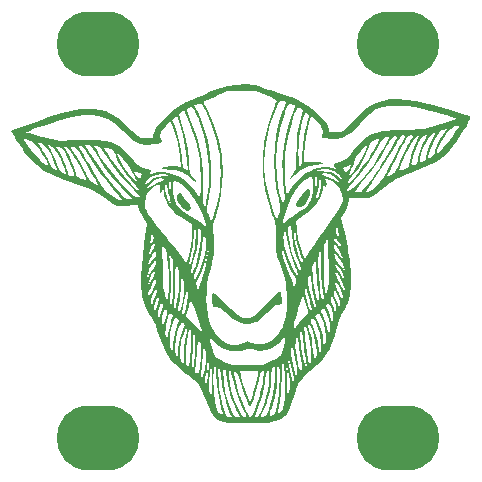
<source format=gbr>
%TF.GenerationSoftware,KiCad,Pcbnew,(6.0.0)*%
%TF.CreationDate,2022-02-16T15:24:19-08:00*%
%TF.ProjectId,LedPracticePanel,4c656450-7261-4637-9469-636550616e65,0*%
%TF.SameCoordinates,Original*%
%TF.FileFunction,Soldermask,Bot*%
%TF.FilePolarity,Negative*%
%FSLAX46Y46*%
G04 Gerber Fmt 4.6, Leading zero omitted, Abs format (unit mm)*
G04 Created by KiCad (PCBNEW (6.0.0)) date 2022-02-16 15:24:19*
%MOMM*%
%LPD*%
G01*
G04 APERTURE LIST*
%ADD10O,7.000000X5.500000*%
G04 APERTURE END LIST*
%TO.C,G\u002A\u002A\u002A*%
G36*
X37327768Y-27641385D02*
G01*
X37360287Y-27768864D01*
X37318497Y-28027872D01*
X37186925Y-28344367D01*
X36979061Y-28678239D01*
X36912343Y-28767419D01*
X36742667Y-28962492D01*
X36602931Y-29049844D01*
X36451957Y-29059239D01*
X36287803Y-29003226D01*
X36196101Y-28851547D01*
X36235659Y-28631160D01*
X36407944Y-28365209D01*
X36444620Y-28321058D01*
X36637896Y-28061542D01*
X36791269Y-27817732D01*
X36843649Y-27735911D01*
X37014310Y-27585850D01*
X37191478Y-27549150D01*
X37327768Y-27641385D01*
G37*
G36*
X26386027Y-27896041D02*
G01*
X26542801Y-27985284D01*
X26688746Y-28207391D01*
X26711000Y-28249010D01*
X26884527Y-28513806D01*
X27071467Y-28730150D01*
X27215998Y-28896954D01*
X27285475Y-29118299D01*
X27189773Y-29312291D01*
X27057287Y-29399586D01*
X26892194Y-29376194D01*
X26677446Y-29214339D01*
X26410252Y-28925738D01*
X26208851Y-28622441D01*
X26091793Y-28341104D01*
X26066170Y-28107832D01*
X26139075Y-27948727D01*
X26317599Y-27889891D01*
X26386027Y-27896041D01*
G37*
G36*
X50753313Y-21877315D02*
G01*
X50607735Y-22149016D01*
X50565778Y-22227322D01*
X50331042Y-22622767D01*
X50063365Y-23040666D01*
X49777008Y-23458034D01*
X49486230Y-23851885D01*
X49205292Y-24199234D01*
X48948455Y-24477097D01*
X48913085Y-24511518D01*
X48600068Y-24790438D01*
X48260123Y-25041498D01*
X47866136Y-25279791D01*
X47390991Y-25520411D01*
X46807574Y-25778453D01*
X46088769Y-26069011D01*
X45578872Y-26271881D01*
X45059065Y-26490860D01*
X44641383Y-26687787D01*
X44293539Y-26880924D01*
X43983244Y-27088534D01*
X43678210Y-27328879D01*
X43346150Y-27620219D01*
X43345353Y-27620941D01*
X42968778Y-27939485D01*
X42642593Y-28147039D01*
X42312798Y-28262529D01*
X41925390Y-28304880D01*
X41426368Y-28293017D01*
X40686784Y-28250848D01*
X40638619Y-28552057D01*
X40635589Y-28571004D01*
X40571398Y-28803032D01*
X40447667Y-29117760D01*
X40292412Y-29441540D01*
X40000429Y-29991921D01*
X40158797Y-30655406D01*
X40296846Y-31245102D01*
X40366907Y-31566069D01*
X40467896Y-32028723D01*
X40542024Y-32419439D01*
X40596865Y-32708500D01*
X40688733Y-33319304D01*
X40696700Y-33396211D01*
X40718319Y-33604891D01*
X40748477Y-33896001D01*
X40780510Y-34463409D01*
X40781078Y-34473463D01*
X40791513Y-35086558D01*
X40790560Y-35290581D01*
X40789338Y-35552244D01*
X40774635Y-35991568D01*
X40772250Y-36062843D01*
X40730422Y-36472961D01*
X40703530Y-36596726D01*
X40654572Y-36822043D01*
X40535418Y-37149535D01*
X40473446Y-37274153D01*
X40363678Y-37494885D01*
X40275005Y-37647725D01*
X40130071Y-37897537D01*
X39984110Y-38181929D01*
X39938254Y-38299842D01*
X39802990Y-38647655D01*
X39702200Y-38994545D01*
X39653419Y-39162436D01*
X39460350Y-39887732D01*
X39434534Y-39963914D01*
X39222575Y-40589407D01*
X39009660Y-41052640D01*
X38952779Y-41176393D01*
X38634839Y-41677924D01*
X38252633Y-42123238D01*
X37900763Y-42441441D01*
X37790040Y-42541570D01*
X37685229Y-42628888D01*
X37317232Y-42935468D01*
X37118361Y-43116396D01*
X36946747Y-43272526D01*
X36713101Y-43526658D01*
X36666474Y-43577373D01*
X36452781Y-43884039D01*
X36327256Y-44135840D01*
X36282035Y-44226552D01*
X36130603Y-44638939D01*
X35974852Y-45155229D01*
X35936780Y-45286407D01*
X35763844Y-45823863D01*
X35598091Y-46227457D01*
X35426477Y-46525262D01*
X35235957Y-46745350D01*
X35228200Y-46752504D01*
X34903778Y-46971488D01*
X34468812Y-47155909D01*
X33980040Y-47281544D01*
X33953035Y-47285706D01*
X33723314Y-47304919D01*
X33362945Y-47320257D01*
X32904237Y-47330922D01*
X32379498Y-47336113D01*
X31821040Y-47335028D01*
X31586771Y-47333062D01*
X31043370Y-47326669D01*
X30633961Y-47316929D01*
X30332581Y-47301361D01*
X30113269Y-47277482D01*
X29950062Y-47242812D01*
X29816997Y-47194870D01*
X29688111Y-47131173D01*
X29583940Y-47071939D01*
X29347229Y-46897620D01*
X29142462Y-46670419D01*
X28951195Y-46362536D01*
X28754986Y-45946169D01*
X28535392Y-45393517D01*
X28527522Y-45373558D01*
X29069373Y-45373558D01*
X29111706Y-45415891D01*
X29154040Y-45373558D01*
X29111706Y-45331225D01*
X29069373Y-45373558D01*
X28527522Y-45373558D01*
X28380393Y-45000411D01*
X28211339Y-44605671D01*
X28057935Y-44279540D01*
X28044365Y-44255021D01*
X28762989Y-44255021D01*
X28774793Y-44432047D01*
X28811723Y-44586899D01*
X28874073Y-44757599D01*
X29027040Y-45146949D01*
X29027040Y-43867148D01*
X29168711Y-43867148D01*
X29187852Y-44306788D01*
X29202239Y-44492211D01*
X29257987Y-45010563D01*
X29278561Y-45146949D01*
X29312745Y-45373558D01*
X29331003Y-45494593D01*
X29414836Y-45910601D01*
X29503037Y-46224889D01*
X29589158Y-46403758D01*
X29667765Y-46483168D01*
X29816330Y-46590399D01*
X29945238Y-46647676D01*
X29999614Y-46625370D01*
X29976570Y-46520630D01*
X29914970Y-46301111D01*
X29828485Y-46016412D01*
X29688452Y-45495351D01*
X29540487Y-44721212D01*
X29443419Y-43914467D01*
X29408380Y-43151058D01*
X29405989Y-42962056D01*
X29400656Y-42856465D01*
X29587610Y-42856465D01*
X29588822Y-43181518D01*
X29605582Y-43573681D01*
X29636057Y-44000379D01*
X29678413Y-44429031D01*
X29730815Y-44827062D01*
X29791430Y-45161891D01*
X29884938Y-45554496D01*
X30012720Y-46007137D01*
X30141414Y-46383037D01*
X30248642Y-46625370D01*
X30260539Y-46652257D01*
X30359614Y-46784859D01*
X30424609Y-46815801D01*
X30616261Y-46853928D01*
X30657241Y-46853312D01*
X30717549Y-46828421D01*
X30700586Y-46736986D01*
X30604862Y-46537725D01*
X30344236Y-45920280D01*
X30106525Y-45108842D01*
X29919368Y-44166029D01*
X29786795Y-43108725D01*
X29786256Y-43103022D01*
X30007209Y-43103022D01*
X30024343Y-43532058D01*
X30047902Y-43815942D01*
X30188743Y-44671625D01*
X30424684Y-45546985D01*
X30737219Y-46368391D01*
X30837337Y-46581727D01*
X30945918Y-46757530D01*
X31043265Y-46828421D01*
X31054724Y-46836766D01*
X31197602Y-46855225D01*
X31352113Y-46840439D01*
X31436429Y-46769100D01*
X31362099Y-46639325D01*
X31360291Y-46637432D01*
X31256578Y-46483855D01*
X31114085Y-46217236D01*
X30953244Y-45881953D01*
X30794486Y-45522382D01*
X30658242Y-45182903D01*
X30564944Y-44907891D01*
X30541103Y-44817622D01*
X30467036Y-44473536D01*
X30394027Y-44056660D01*
X30334916Y-43637891D01*
X30317947Y-43498655D01*
X30270405Y-43136451D01*
X30269649Y-43132131D01*
X30451945Y-43132131D01*
X30470466Y-43405058D01*
X30474067Y-43439194D01*
X30663512Y-44532682D01*
X30987666Y-45528193D01*
X31449006Y-46433389D01*
X31532302Y-46560417D01*
X31710826Y-46769100D01*
X31718735Y-46778345D01*
X31869033Y-46855225D01*
X31883804Y-46854997D01*
X31950326Y-46834818D01*
X31953433Y-46760295D01*
X31885652Y-46600888D01*
X31739506Y-46326058D01*
X31641088Y-46135568D01*
X31390586Y-45560609D01*
X31157485Y-44908145D01*
X30963873Y-44243714D01*
X30831836Y-43632854D01*
X30769673Y-43307567D01*
X30692749Y-43052517D01*
X30675865Y-43027640D01*
X30937333Y-43027640D01*
X30939727Y-43194763D01*
X30980529Y-43473902D01*
X31052066Y-43829154D01*
X31146666Y-44224615D01*
X31256655Y-44624384D01*
X31374360Y-44992558D01*
X31394388Y-45049030D01*
X31559802Y-45477159D01*
X31748862Y-45917736D01*
X31924484Y-46283725D01*
X31953342Y-46338276D01*
X32103523Y-46600740D01*
X32211142Y-46760295D01*
X32228089Y-46785421D01*
X32302504Y-46855225D01*
X32306237Y-46854907D01*
X32339044Y-46821757D01*
X32625373Y-46821757D01*
X32637003Y-46836083D01*
X32745468Y-46855225D01*
X32832149Y-46818405D01*
X32846818Y-46801718D01*
X33133373Y-46801718D01*
X33159474Y-46838048D01*
X33299164Y-46840296D01*
X33521732Y-46773027D01*
X33568662Y-46743885D01*
X33579028Y-46730007D01*
X33895373Y-46730007D01*
X33897545Y-46743024D01*
X33982765Y-46759523D01*
X34200279Y-46687912D01*
X34318941Y-46564314D01*
X34371089Y-46443797D01*
X34587435Y-46443797D01*
X34616347Y-46511552D01*
X34727579Y-46469720D01*
X34892775Y-46324688D01*
X35025069Y-46103233D01*
X35136294Y-45709642D01*
X35207182Y-45173659D01*
X35236215Y-44507294D01*
X35221874Y-43722558D01*
X35221627Y-43716895D01*
X35191120Y-43132049D01*
X35156449Y-42702108D01*
X35115602Y-42412776D01*
X35066568Y-42249760D01*
X35053245Y-42238290D01*
X35298466Y-42238290D01*
X35302382Y-42325558D01*
X35304305Y-42341844D01*
X35328413Y-42602219D01*
X35355849Y-42979372D01*
X35383380Y-43425273D01*
X35407776Y-43891891D01*
X35436812Y-44507294D01*
X35461706Y-45034891D01*
X35584304Y-44612151D01*
X35626788Y-44463145D01*
X35665689Y-44295938D01*
X35681255Y-44135840D01*
X35671037Y-43948319D01*
X35632586Y-43698843D01*
X35563454Y-43352877D01*
X35461192Y-42875891D01*
X35447279Y-42811877D01*
X35375513Y-42497389D01*
X35324376Y-42300880D01*
X35298466Y-42238290D01*
X35053245Y-42238290D01*
X35007332Y-42198764D01*
X34997031Y-42222464D01*
X34979273Y-42381305D01*
X34964480Y-42664853D01*
X34953964Y-43044073D01*
X34950501Y-43357233D01*
X34949034Y-43489931D01*
X34948651Y-43554685D01*
X34927434Y-44238936D01*
X34877890Y-44901382D01*
X34804408Y-45505227D01*
X34711376Y-46013675D01*
X34603182Y-46389928D01*
X34587435Y-46443797D01*
X34371089Y-46443797D01*
X34436248Y-46293210D01*
X34543210Y-45900658D01*
X34635273Y-45411034D01*
X34707885Y-44848710D01*
X34756491Y-44238062D01*
X34776538Y-43603464D01*
X34777319Y-43357233D01*
X34771537Y-42920020D01*
X34754136Y-42625304D01*
X34723631Y-42454722D01*
X34678540Y-42389909D01*
X34633717Y-42404942D01*
X34597869Y-42520907D01*
X34578509Y-42763568D01*
X34572706Y-43154078D01*
X34572525Y-43203467D01*
X34572503Y-43209533D01*
X34511381Y-44175007D01*
X34350651Y-45156043D01*
X34103874Y-46068343D01*
X34081557Y-46135055D01*
X33986939Y-46423713D01*
X33920469Y-46636020D01*
X33895373Y-46730007D01*
X33579028Y-46730007D01*
X33707047Y-46558617D01*
X33849725Y-46243074D01*
X33989685Y-45825638D01*
X34119919Y-45334691D01*
X34233415Y-44798618D01*
X34323163Y-44245801D01*
X34382152Y-43704623D01*
X34403373Y-43203467D01*
X34402838Y-43117077D01*
X34391846Y-42822080D01*
X34369576Y-42615798D01*
X34339873Y-42538521D01*
X34238273Y-42566708D01*
X34161868Y-42666281D01*
X34108599Y-42861674D01*
X34071903Y-43177380D01*
X34062216Y-43344531D01*
X34045216Y-43637891D01*
X34043031Y-43686165D01*
X34009962Y-44186666D01*
X33955459Y-44594392D01*
X33867109Y-44979819D01*
X33732499Y-45413422D01*
X33663806Y-45611232D01*
X33525942Y-45977447D01*
X33397070Y-46284723D01*
X33298056Y-46481749D01*
X33273942Y-46521342D01*
X33173938Y-46701012D01*
X33133373Y-46801718D01*
X32846818Y-46801718D01*
X32984537Y-46645057D01*
X33155589Y-46355288D01*
X33332359Y-45977626D01*
X33501904Y-45540602D01*
X33651278Y-45072745D01*
X33767538Y-44602584D01*
X33790251Y-44485498D01*
X33848498Y-44093075D01*
X33883944Y-43701653D01*
X33896180Y-43344531D01*
X33884798Y-43055011D01*
X33849387Y-42866390D01*
X33789540Y-42811971D01*
X33772813Y-42823991D01*
X33708712Y-42962358D01*
X33707787Y-42964354D01*
X33639547Y-43234003D01*
X33576388Y-43602193D01*
X33519159Y-43964873D01*
X33252067Y-45132682D01*
X32876519Y-46198104D01*
X32853214Y-46253013D01*
X32737561Y-46530279D01*
X32656151Y-46733425D01*
X32625373Y-46821757D01*
X32339044Y-46821757D01*
X32390001Y-46770268D01*
X32510214Y-46557383D01*
X32653320Y-46247556D01*
X32805764Y-45872091D01*
X32953990Y-45462292D01*
X33084443Y-45049463D01*
X33140868Y-44840191D01*
X33235408Y-44435528D01*
X33325052Y-43995575D01*
X33400541Y-43570170D01*
X33452623Y-43209152D01*
X33472040Y-42962358D01*
X33471244Y-42950328D01*
X33409508Y-42905273D01*
X33289007Y-42945187D01*
X33269123Y-42960558D01*
X33165861Y-43040383D01*
X33096188Y-43161175D01*
X32988825Y-43682860D01*
X32846032Y-44304538D01*
X32704009Y-44849285D01*
X32568289Y-45299102D01*
X32444408Y-45635989D01*
X32337901Y-45841948D01*
X32254303Y-45898979D01*
X32212937Y-45862981D01*
X32109252Y-45689692D01*
X31978126Y-45404294D01*
X31832186Y-45039177D01*
X31684063Y-44626733D01*
X31546386Y-44199353D01*
X31431784Y-43789428D01*
X31318407Y-43401327D01*
X31190422Y-43105769D01*
X31066280Y-42970705D01*
X30948612Y-43000430D01*
X30937333Y-43027640D01*
X30675865Y-43027640D01*
X30630335Y-42960558D01*
X31421195Y-42960558D01*
X31478724Y-43278058D01*
X31508624Y-43410579D01*
X31589056Y-43705270D01*
X31700127Y-44075639D01*
X31827225Y-44471644D01*
X31924788Y-44764306D01*
X32053260Y-45136998D01*
X32146721Y-45373804D01*
X32216175Y-45490450D01*
X32272626Y-45502663D01*
X32327077Y-45426169D01*
X32390532Y-45276693D01*
X32426367Y-45177284D01*
X32519855Y-44871015D01*
X32627833Y-44473296D01*
X32737457Y-44034556D01*
X32835887Y-43605223D01*
X32910280Y-43235725D01*
X32959806Y-42960558D01*
X31421195Y-42960558D01*
X30630335Y-42960558D01*
X30601380Y-42917897D01*
X30483336Y-42877188D01*
X30457667Y-42941513D01*
X30451945Y-43132131D01*
X30269649Y-43132131D01*
X30229924Y-42905033D01*
X30188226Y-42775507D01*
X30137033Y-42718980D01*
X30068065Y-42706558D01*
X30050819Y-42714129D01*
X30015888Y-42833136D01*
X30007209Y-43103022D01*
X29786256Y-43103022D01*
X29786167Y-43102083D01*
X29746875Y-42817283D01*
X29695747Y-42614492D01*
X29643679Y-42537225D01*
X29639167Y-42538006D01*
X29603780Y-42631102D01*
X29587610Y-42856465D01*
X29400656Y-42856465D01*
X29390572Y-42656802D01*
X29364039Y-42446328D01*
X29330112Y-42367891D01*
X29322270Y-42369281D01*
X29266215Y-42467914D01*
X29220464Y-42699286D01*
X29187385Y-43031128D01*
X29169345Y-43431171D01*
X29168711Y-43867148D01*
X29027040Y-43867148D01*
X29027040Y-43679807D01*
X29026603Y-43275464D01*
X29025066Y-42853379D01*
X29022621Y-42519982D01*
X29019474Y-42302155D01*
X29015832Y-42226778D01*
X29015067Y-42228913D01*
X28997798Y-42332581D01*
X28963634Y-42567836D01*
X28917137Y-42902543D01*
X28862866Y-43304570D01*
X28813586Y-43682354D01*
X28776018Y-44017798D01*
X28762989Y-44255021D01*
X28044365Y-44255021D01*
X27940597Y-44067532D01*
X27843568Y-43946903D01*
X27597613Y-43706746D01*
X27563227Y-43677845D01*
X28441196Y-43677845D01*
X28470411Y-43877167D01*
X28484484Y-43901015D01*
X28537868Y-43955314D01*
X28583126Y-43915822D01*
X28626079Y-43763825D01*
X28672544Y-43480604D01*
X28728338Y-43047446D01*
X28765677Y-42723187D01*
X28804899Y-42292311D01*
X28812138Y-42021527D01*
X28787405Y-41906916D01*
X28730706Y-41944558D01*
X28716570Y-41971502D01*
X28667724Y-42162386D01*
X28647336Y-42413603D01*
X28637634Y-42576323D01*
X28590787Y-42908378D01*
X28518438Y-43245545D01*
X28495653Y-43337361D01*
X28441196Y-43677845D01*
X27563227Y-43677845D01*
X27265109Y-43427280D01*
X27002019Y-43229889D01*
X28107361Y-43229889D01*
X28124453Y-43370546D01*
X28172937Y-43453347D01*
X28207312Y-43481714D01*
X28266201Y-43470696D01*
X28318238Y-43342769D01*
X28377135Y-43072347D01*
X28438075Y-42727472D01*
X28514540Y-42146822D01*
X28541692Y-41666404D01*
X28518833Y-41306589D01*
X28445264Y-41087746D01*
X28375846Y-40993490D01*
X28328301Y-40968651D01*
X28310017Y-41067111D01*
X28306774Y-41311886D01*
X28304547Y-41404042D01*
X28304448Y-41405448D01*
X28281722Y-41728656D01*
X28239520Y-42128385D01*
X28184526Y-42537225D01*
X28169050Y-42640959D01*
X28122086Y-42997864D01*
X28107361Y-43229889D01*
X27002019Y-43229889D01*
X26880740Y-43138896D01*
X26578710Y-42915940D01*
X26556225Y-42898031D01*
X27617658Y-42898031D01*
X27649341Y-43009878D01*
X27722530Y-43094638D01*
X27761506Y-43128164D01*
X27835674Y-43166478D01*
X27891857Y-43128246D01*
X27939788Y-42990596D01*
X27989202Y-42730657D01*
X28049832Y-42325558D01*
X28095425Y-41955467D01*
X28133115Y-41405448D01*
X28127201Y-40937847D01*
X28078540Y-40579954D01*
X27987991Y-40359058D01*
X27977659Y-40345800D01*
X27912467Y-40273084D01*
X27870572Y-40273215D01*
X27844895Y-40370297D01*
X27834307Y-40509928D01*
X27828354Y-40588433D01*
X27813867Y-40951725D01*
X27810380Y-41036826D01*
X27780217Y-41494809D01*
X27734336Y-41961396D01*
X27681192Y-42347622D01*
X27669168Y-42418749D01*
X27625071Y-42715516D01*
X27617658Y-42898031D01*
X26556225Y-42898031D01*
X26215776Y-42626872D01*
X25903589Y-42356094D01*
X25687285Y-42141332D01*
X25517586Y-41929464D01*
X25155191Y-41340029D01*
X24815433Y-40592165D01*
X24723259Y-40327970D01*
X25480036Y-40327970D01*
X25508584Y-40736076D01*
X25519757Y-40794159D01*
X25589456Y-41074325D01*
X25652778Y-41186770D01*
X25707891Y-41132847D01*
X25752962Y-40913907D01*
X25755994Y-40878961D01*
X25936706Y-40878961D01*
X25945896Y-41232027D01*
X25986245Y-41552941D01*
X26061014Y-41737876D01*
X26071560Y-41751651D01*
X26133087Y-41813198D01*
X26167709Y-41781058D01*
X26183370Y-41630024D01*
X26186677Y-41419874D01*
X26362268Y-41419874D01*
X26372361Y-41769071D01*
X26405547Y-42037492D01*
X26461640Y-42181625D01*
X26485935Y-42205067D01*
X26610831Y-42278140D01*
X26665208Y-42198774D01*
X26650152Y-41965725D01*
X26636209Y-41708557D01*
X26639333Y-41626244D01*
X26811770Y-41626244D01*
X26827732Y-42044249D01*
X26874899Y-42326388D01*
X26946558Y-42522771D01*
X27024583Y-42565163D01*
X27097681Y-42449201D01*
X27111187Y-42383024D01*
X27320379Y-42383024D01*
X27322258Y-42673576D01*
X27355384Y-42804436D01*
X27389039Y-42810153D01*
X27444465Y-42702441D01*
X27495916Y-42472077D01*
X27541566Y-42148475D01*
X27579590Y-41761046D01*
X27608164Y-41339204D01*
X27625461Y-40912360D01*
X27629656Y-40509928D01*
X27619860Y-40191770D01*
X28900040Y-40191770D01*
X28918512Y-40347662D01*
X28972824Y-40616273D01*
X29049331Y-40934654D01*
X29134196Y-41248848D01*
X29213586Y-41504899D01*
X29273663Y-41648849D01*
X29289751Y-41666404D01*
X29312923Y-41691689D01*
X29495482Y-41821453D01*
X29773843Y-41977317D01*
X29867160Y-42021527D01*
X30105298Y-42134348D01*
X30823089Y-42446099D01*
X32073594Y-42436811D01*
X33324098Y-42427524D01*
X34054236Y-42070646D01*
X34225475Y-41984516D01*
X34435962Y-41869880D01*
X35512721Y-41869880D01*
X35524194Y-42062660D01*
X35566578Y-42386471D01*
X35641330Y-42833558D01*
X35728376Y-43285776D01*
X35800158Y-43584443D01*
X35860555Y-43737564D01*
X35914040Y-43756458D01*
X35965089Y-43652440D01*
X35989155Y-43526658D01*
X35970307Y-43384863D01*
X35944399Y-43316610D01*
X35884135Y-43107153D01*
X35804818Y-42799235D01*
X35716756Y-42431606D01*
X35649219Y-42155288D01*
X35576689Y-41908438D01*
X35530705Y-41815887D01*
X35512721Y-41869880D01*
X34435962Y-41869880D01*
X34541575Y-41812361D01*
X34788983Y-41660435D01*
X34925123Y-41553996D01*
X34994457Y-41432748D01*
X35086389Y-41168229D01*
X35091184Y-41148714D01*
X35763559Y-41148714D01*
X35769774Y-41510181D01*
X35808951Y-41922157D01*
X35879670Y-42341189D01*
X35964787Y-42726621D01*
X36044132Y-43026222D01*
X36111713Y-43192871D01*
X36175263Y-43244882D01*
X36242515Y-43200570D01*
X36281885Y-43116396D01*
X36281153Y-42928200D01*
X36215728Y-42621627D01*
X36202810Y-42570053D01*
X36131149Y-42234406D01*
X36057393Y-41823344D01*
X35995632Y-41414161D01*
X35975195Y-41270763D01*
X35921357Y-40974955D01*
X35873689Y-40814296D01*
X36116741Y-40814296D01*
X36149032Y-41272822D01*
X36216184Y-41777067D01*
X36316423Y-42293231D01*
X36339018Y-42390559D01*
X36419804Y-42685911D01*
X36493209Y-42835768D01*
X36572434Y-42857894D01*
X36670676Y-42770058D01*
X36673051Y-42767008D01*
X36703483Y-42628888D01*
X36679675Y-42359448D01*
X36600423Y-41944558D01*
X36594509Y-41917166D01*
X36509623Y-41469293D01*
X36434898Y-40985498D01*
X36385904Y-40565852D01*
X36367310Y-40360401D01*
X36339143Y-40121036D01*
X36308305Y-40012241D01*
X36265340Y-40009653D01*
X36200793Y-40088911D01*
X36163834Y-40169600D01*
X36161932Y-40181421D01*
X36121084Y-40435288D01*
X36116741Y-40814296D01*
X35873689Y-40814296D01*
X35870556Y-40803736D01*
X35828593Y-40779161D01*
X35791728Y-40881205D01*
X35763559Y-41148714D01*
X35091184Y-41148714D01*
X35168468Y-40834166D01*
X35227437Y-40486562D01*
X35250040Y-40181421D01*
X35241213Y-40079854D01*
X35197786Y-40065588D01*
X35095066Y-40155148D01*
X34908362Y-40361550D01*
X34649129Y-40616976D01*
X34141176Y-40954058D01*
X33581364Y-41153299D01*
X32999868Y-41205693D01*
X32426862Y-41102233D01*
X32245838Y-41052869D01*
X32030992Y-41050767D01*
X31773395Y-41132471D01*
X31514965Y-41209356D01*
X31031032Y-41261403D01*
X30535855Y-41224739D01*
X30108071Y-41100857D01*
X29902952Y-40986059D01*
X29605779Y-40776980D01*
X29324904Y-40540797D01*
X29310103Y-40526981D01*
X29102948Y-40340359D01*
X28955932Y-40220136D01*
X28900040Y-40191770D01*
X27619860Y-40191770D01*
X27618923Y-40161320D01*
X27591437Y-39895948D01*
X27558141Y-39785558D01*
X28222706Y-39785558D01*
X28265040Y-39827891D01*
X28307373Y-39785558D01*
X28265040Y-39743225D01*
X28222706Y-39785558D01*
X27558141Y-39785558D01*
X27545373Y-39743225D01*
X27539349Y-39734586D01*
X27495895Y-39737282D01*
X27470646Y-39890938D01*
X27462003Y-40204408D01*
X27461192Y-40243699D01*
X27457717Y-40412090D01*
X27438114Y-40824791D01*
X27406355Y-41295308D01*
X27366537Y-41757004D01*
X27349677Y-41939502D01*
X27320379Y-42383024D01*
X27111187Y-42383024D01*
X27154556Y-42170521D01*
X27166744Y-42067781D01*
X27208242Y-41632841D01*
X27240440Y-41161007D01*
X27262399Y-40686539D01*
X27273181Y-40243699D01*
X27271849Y-39866749D01*
X27257465Y-39589949D01*
X27229090Y-39447562D01*
X27202508Y-39406193D01*
X27152673Y-39390666D01*
X27104063Y-39498015D01*
X27043029Y-39750458D01*
X27013869Y-39890467D01*
X26909439Y-40500336D01*
X26840540Y-41095267D01*
X26811770Y-41626244D01*
X26639333Y-41626244D01*
X26650598Y-41329425D01*
X26688859Y-40880163D01*
X26745964Y-40409117D01*
X26816889Y-39964634D01*
X26896607Y-39595058D01*
X26938521Y-39413626D01*
X26965509Y-39224080D01*
X26950730Y-39150558D01*
X26936360Y-39155283D01*
X26854776Y-39263584D01*
X26749350Y-39483927D01*
X26636482Y-39774947D01*
X26532569Y-40095279D01*
X26454010Y-40403559D01*
X26412108Y-40653209D01*
X26375455Y-41033416D01*
X26362268Y-41419874D01*
X26186677Y-41419874D01*
X26188014Y-41334892D01*
X26194681Y-41085273D01*
X26313117Y-40221956D01*
X26583170Y-39414209D01*
X26688589Y-39165598D01*
X26733018Y-39011408D01*
X26713952Y-38921196D01*
X26635640Y-38849213D01*
X26584588Y-38814746D01*
X26479113Y-38799631D01*
X26382668Y-38924229D01*
X26250325Y-39204242D01*
X26085821Y-39723679D01*
X25976417Y-40303238D01*
X25936706Y-40878961D01*
X25755994Y-40878961D01*
X25786160Y-40531301D01*
X25812206Y-40210721D01*
X25902383Y-39691369D01*
X26061518Y-39205249D01*
X26082184Y-39153494D01*
X26189953Y-38867406D01*
X26235830Y-38689674D01*
X26225795Y-38579661D01*
X26165832Y-38496731D01*
X26065181Y-38422148D01*
X25951740Y-38436307D01*
X25843695Y-38589388D01*
X25725360Y-38895595D01*
X25613384Y-39295953D01*
X25517351Y-39827716D01*
X25480036Y-40327970D01*
X24723259Y-40327970D01*
X24506492Y-39706656D01*
X25108796Y-39706656D01*
X25143404Y-39976058D01*
X25197205Y-40116297D01*
X25267361Y-40159041D01*
X25322015Y-40056432D01*
X25344040Y-39821653D01*
X25344262Y-39805216D01*
X25376407Y-39543037D01*
X25452420Y-39198673D01*
X25557077Y-38842119D01*
X25604197Y-38698664D01*
X25694602Y-38378076D01*
X25706891Y-38266344D01*
X26856261Y-38266344D01*
X27273380Y-38689674D01*
X27547374Y-38967747D01*
X27590542Y-39011408D01*
X27733223Y-39155717D01*
X27802538Y-39224080D01*
X27965186Y-39384494D01*
X28107809Y-39510304D01*
X28178865Y-39545023D01*
X28196125Y-39500526D01*
X28177362Y-39388687D01*
X28141421Y-39261016D01*
X28057114Y-39004362D01*
X27939885Y-38667501D01*
X27802383Y-38284740D01*
X27657259Y-37890385D01*
X27517160Y-37518742D01*
X27394738Y-37204117D01*
X27302641Y-36980817D01*
X27253518Y-36883147D01*
X27252925Y-36882588D01*
X27209793Y-36928266D01*
X27160421Y-37087401D01*
X27131624Y-37209476D01*
X27061586Y-37489566D01*
X26981078Y-37798284D01*
X26879441Y-38179418D01*
X26856261Y-38266344D01*
X25706891Y-38266344D01*
X25716451Y-38179418D01*
X25669651Y-38078189D01*
X25558820Y-38051044D01*
X26523413Y-38051044D01*
X26573422Y-38135982D01*
X26618439Y-38151063D01*
X26684485Y-38082602D01*
X26761763Y-37889483D01*
X26860499Y-37550864D01*
X26968577Y-37110107D01*
X27036125Y-36690718D01*
X27036782Y-36365667D01*
X26973065Y-36102558D01*
X26929758Y-36012894D01*
X26894716Y-36019975D01*
X26863222Y-36155002D01*
X26826367Y-36438367D01*
X26792314Y-36678279D01*
X26709949Y-37119170D01*
X26615181Y-37517110D01*
X26583911Y-37632847D01*
X26526051Y-37896057D01*
X26523413Y-38051044D01*
X25558820Y-38051044D01*
X25554112Y-38049891D01*
X25548647Y-38050109D01*
X25439875Y-38135789D01*
X25334190Y-38349684D01*
X25239915Y-38652756D01*
X25165376Y-39005967D01*
X25118895Y-39370279D01*
X25108796Y-39706656D01*
X24506492Y-39706656D01*
X24501639Y-39692745D01*
X24422403Y-39450941D01*
X24280081Y-39071843D01*
X24139644Y-38754508D01*
X24059600Y-38614720D01*
X24779429Y-38614720D01*
X24818247Y-38843863D01*
X24827111Y-38870970D01*
X24884831Y-39025536D01*
X24914249Y-39065891D01*
X24915515Y-39061431D01*
X24952516Y-38947916D01*
X25027886Y-38723312D01*
X25127120Y-38430891D01*
X25230168Y-38095491D01*
X25271078Y-37858178D01*
X25254088Y-37785760D01*
X26178922Y-37785760D01*
X26218191Y-37858178D01*
X26228105Y-37876462D01*
X26251326Y-37889169D01*
X26317162Y-37846180D01*
X26389866Y-37672113D01*
X26478090Y-37348708D01*
X26553890Y-37003992D01*
X26642810Y-36435325D01*
X26680808Y-35915783D01*
X26666491Y-35499657D01*
X27693963Y-35499657D01*
X27738748Y-35727784D01*
X27751698Y-35768397D01*
X27810588Y-35915783D01*
X27822540Y-35945696D01*
X27877079Y-36017476D01*
X27899279Y-36000702D01*
X27970741Y-35856897D01*
X28066980Y-35589871D01*
X28180311Y-35228678D01*
X28303047Y-34802374D01*
X28427501Y-34340011D01*
X28545987Y-33870645D01*
X28650819Y-33423329D01*
X28734310Y-33027117D01*
X28788773Y-32711064D01*
X28806523Y-32504225D01*
X28805396Y-32468613D01*
X28791552Y-32376963D01*
X28760904Y-32421986D01*
X28709650Y-32613781D01*
X28633987Y-32962444D01*
X28571158Y-33239092D01*
X28363598Y-33945892D01*
X28106176Y-34605262D01*
X27821455Y-35156284D01*
X27739577Y-35305638D01*
X27693963Y-35499657D01*
X26666491Y-35499657D01*
X26665889Y-35482154D01*
X26596060Y-35171225D01*
X26558361Y-35082297D01*
X26516123Y-35008185D01*
X26486368Y-35023660D01*
X26463451Y-35148585D01*
X26441726Y-35402819D01*
X26415547Y-35806225D01*
X26395863Y-36073609D01*
X26350879Y-36530968D01*
X26297163Y-36950017D01*
X26242479Y-37265312D01*
X26231087Y-37318428D01*
X26179630Y-37611905D01*
X26178922Y-37785760D01*
X25254088Y-37785760D01*
X25241567Y-37732391D01*
X25149086Y-37647739D01*
X25057712Y-37658906D01*
X24970500Y-37805374D01*
X24871589Y-38103030D01*
X24811299Y-38337180D01*
X24779429Y-38614720D01*
X24059600Y-38614720D01*
X24022394Y-38549745D01*
X23925184Y-38412291D01*
X23745972Y-38107675D01*
X24466962Y-38107675D01*
X24493505Y-38293504D01*
X24504794Y-38313298D01*
X24567086Y-38384206D01*
X24611023Y-38303891D01*
X24637904Y-38221736D01*
X24710826Y-38003851D01*
X24802830Y-37732238D01*
X24872947Y-37499203D01*
X25834839Y-37499203D01*
X25900232Y-37596761D01*
X25969191Y-37545145D01*
X26040013Y-37346186D01*
X26107203Y-37020919D01*
X26167115Y-36591129D01*
X26216100Y-36078597D01*
X26250509Y-35505107D01*
X26255367Y-35390437D01*
X26269131Y-34965249D01*
X26268605Y-34878570D01*
X27513114Y-34878570D01*
X27522359Y-34965249D01*
X27532528Y-35060597D01*
X27579484Y-35100533D01*
X27651328Y-35049126D01*
X27757702Y-34878332D01*
X27913152Y-34569381D01*
X28108989Y-34111408D01*
X28288668Y-33577785D01*
X28426588Y-33041285D01*
X28517245Y-32533387D01*
X28555132Y-32085568D01*
X28534747Y-31729305D01*
X28450584Y-31496076D01*
X28403946Y-31450500D01*
X28361862Y-31474993D01*
X28324004Y-31600641D01*
X28283901Y-31849943D01*
X28235081Y-32245396D01*
X28193610Y-32560465D01*
X28046456Y-33342098D01*
X27850994Y-34035820D01*
X27617595Y-34602049D01*
X27616618Y-34603970D01*
X27513114Y-34878570D01*
X26268605Y-34878570D01*
X26267308Y-34664811D01*
X26246904Y-34452967D01*
X26239576Y-34425139D01*
X27284670Y-34425139D01*
X27294491Y-34578558D01*
X27353630Y-34615004D01*
X27445650Y-34527189D01*
X27552614Y-34316628D01*
X27667321Y-34007661D01*
X27782572Y-33624626D01*
X27891166Y-33191863D01*
X27985904Y-32733710D01*
X28059586Y-32274508D01*
X28105011Y-31838595D01*
X28120294Y-31602251D01*
X28130502Y-31309474D01*
X28116806Y-31124246D01*
X28074800Y-31008116D01*
X28000081Y-30922631D01*
X27940638Y-30871239D01*
X27875373Y-30843043D01*
X27857394Y-30927574D01*
X27868454Y-31110051D01*
X27871043Y-31152757D01*
X27874435Y-31514490D01*
X27829654Y-32037912D01*
X27740564Y-32618313D01*
X27615775Y-33201153D01*
X27463895Y-33731891D01*
X27462324Y-33736600D01*
X27341938Y-34137870D01*
X27284670Y-34425139D01*
X26239576Y-34425139D01*
X26204927Y-34293562D01*
X26138386Y-34150441D01*
X26076171Y-34035842D01*
X27061631Y-34035842D01*
X27074541Y-34132223D01*
X27123070Y-34109188D01*
X27206675Y-33943558D01*
X27329465Y-33597635D01*
X27461441Y-33103328D01*
X27568932Y-32566782D01*
X27646300Y-32028630D01*
X27687907Y-31529509D01*
X27688117Y-31110051D01*
X27641291Y-30810891D01*
X27640435Y-30808225D01*
X27598619Y-30700760D01*
X27573014Y-30710174D01*
X27559014Y-30853947D01*
X27552011Y-31149558D01*
X27550653Y-31223803D01*
X27446972Y-32330089D01*
X27194136Y-33407097D01*
X27144831Y-33577544D01*
X27084880Y-33843222D01*
X27061631Y-34035842D01*
X26076171Y-34035842D01*
X25980106Y-33858891D01*
X25949524Y-34798617D01*
X25923621Y-35594558D01*
X25919613Y-35715845D01*
X25900991Y-36236692D01*
X25882305Y-36697500D01*
X25864810Y-37070965D01*
X25849764Y-37329781D01*
X25838421Y-37446641D01*
X25834839Y-37499203D01*
X24872947Y-37499203D01*
X24882160Y-37468583D01*
X24901409Y-37290626D01*
X24854231Y-37187549D01*
X24819771Y-37155130D01*
X24750958Y-37122789D01*
X24693198Y-37179666D01*
X24630044Y-37351003D01*
X24545047Y-37662045D01*
X24513678Y-37791802D01*
X24466962Y-38107675D01*
X23745972Y-38107675D01*
X23636125Y-37920963D01*
X23491883Y-37613419D01*
X24117783Y-37613419D01*
X24200170Y-37845702D01*
X24267122Y-37930745D01*
X24315547Y-37949577D01*
X24325347Y-37817966D01*
X24337958Y-37717895D01*
X24399401Y-37473049D01*
X24494230Y-37190998D01*
X24516741Y-37130005D01*
X24602430Y-36809366D01*
X24584144Y-36618590D01*
X24579657Y-36610900D01*
X24520707Y-36567533D01*
X24448477Y-36645453D01*
X24343500Y-36864558D01*
X24296681Y-36976956D01*
X24193145Y-37253005D01*
X24128409Y-37464702D01*
X24117783Y-37613419D01*
X23491883Y-37613419D01*
X23374893Y-37363979D01*
X23286356Y-37117459D01*
X23859776Y-37117459D01*
X23903560Y-37287891D01*
X23969341Y-37365048D01*
X23988077Y-37298478D01*
X24013073Y-37190839D01*
X24092855Y-36968582D01*
X24208211Y-36694430D01*
X24302194Y-36456719D01*
X24378628Y-36188522D01*
X24395834Y-36006510D01*
X24380476Y-35935587D01*
X24341969Y-35907942D01*
X24269788Y-36000346D01*
X24145095Y-36229558D01*
X24063133Y-36397745D01*
X23942704Y-36685191D01*
X23872955Y-36906891D01*
X23859776Y-37117459D01*
X23286356Y-37117459D01*
X23178733Y-36817798D01*
X23173507Y-36799648D01*
X23124655Y-36540558D01*
X23661332Y-36540558D01*
X23724250Y-36529285D01*
X23845525Y-36373205D01*
X24017676Y-36073651D01*
X24137709Y-35832579D01*
X24281023Y-35462629D01*
X24312392Y-35208063D01*
X24311602Y-35201520D01*
X24290587Y-35072581D01*
X24256254Y-35049927D01*
X24187398Y-35148413D01*
X24062814Y-35382891D01*
X23983748Y-35542111D01*
X23841609Y-35859004D01*
X23740592Y-36123040D01*
X23740492Y-36123347D01*
X23664253Y-36405689D01*
X23661332Y-36540558D01*
X23124655Y-36540558D01*
X23084157Y-36325771D01*
X23045924Y-35797192D01*
X23585103Y-35797192D01*
X23601319Y-35886910D01*
X23626651Y-35903619D01*
X23670676Y-35763891D01*
X23735108Y-35601739D01*
X23865204Y-35342360D01*
X24028314Y-35055133D01*
X24141350Y-34855533D01*
X24261745Y-34603052D01*
X24328116Y-34411981D01*
X24335749Y-34305179D01*
X24279932Y-34305506D01*
X24155956Y-34435824D01*
X24065700Y-34569534D01*
X23915473Y-34837177D01*
X23770657Y-35136710D01*
X23679489Y-35367701D01*
X23603507Y-35626920D01*
X23585103Y-35797192D01*
X23045924Y-35797192D01*
X23039503Y-35708419D01*
X23039060Y-34966433D01*
X23044351Y-34862799D01*
X23585619Y-34862799D01*
X23603518Y-34964526D01*
X23629573Y-34986698D01*
X23681228Y-34852031D01*
X23727545Y-34751989D01*
X23862692Y-34527790D01*
X24037950Y-34279798D01*
X24119958Y-34164388D01*
X24270260Y-33887346D01*
X24324995Y-33667659D01*
X24321950Y-33435558D01*
X24113444Y-33689558D01*
X24063044Y-33754839D01*
X23886502Y-34024423D01*
X23730789Y-34312466D01*
X23681817Y-34426557D01*
X23603367Y-34679347D01*
X23585619Y-34862799D01*
X23044351Y-34862799D01*
X23082342Y-34118654D01*
X23085552Y-34083978D01*
X23584624Y-34083978D01*
X23590079Y-34095109D01*
X23646146Y-34071298D01*
X23725216Y-33925745D01*
X23738098Y-33896713D01*
X23886481Y-33655643D01*
X24080192Y-33429664D01*
X24114921Y-33395380D01*
X24280123Y-33161418D01*
X24325347Y-32890551D01*
X24324865Y-32844408D01*
X24315219Y-32679448D01*
X24277377Y-32658019D01*
X24188734Y-32758225D01*
X24092733Y-32905763D01*
X23951705Y-33159728D01*
X23802987Y-33455570D01*
X23801580Y-33458522D01*
X23680028Y-33737057D01*
X23602105Y-33961669D01*
X23584624Y-34083978D01*
X23085552Y-34083978D01*
X23168864Y-33183924D01*
X23169410Y-33179686D01*
X23668238Y-33179686D01*
X23673311Y-33181996D01*
X23746089Y-33123259D01*
X23860211Y-32959539D01*
X23991338Y-32734951D01*
X24115132Y-32493613D01*
X24207257Y-32279641D01*
X24243373Y-32137150D01*
X24243373Y-32083664D01*
X24738218Y-32083664D01*
X24791114Y-32294420D01*
X24793220Y-32304050D01*
X24810721Y-32470429D01*
X24828081Y-32772747D01*
X24832703Y-32890551D01*
X24844108Y-33181274D01*
X24857611Y-33666279D01*
X24857636Y-33667659D01*
X24867399Y-34198033D01*
X24869112Y-34305179D01*
X24872459Y-34514496D01*
X24887175Y-35087795D01*
X24893037Y-35208063D01*
X24908729Y-35530028D01*
X24939173Y-35867337D01*
X24961454Y-36006510D01*
X24980562Y-36125865D01*
X25034947Y-36331754D01*
X25097417Y-36508380D01*
X25187082Y-36717689D01*
X25246810Y-36809366D01*
X25252365Y-36817893D01*
X25261351Y-36820416D01*
X25304389Y-36740714D01*
X25340488Y-36526810D01*
X25368585Y-36208086D01*
X25387617Y-35813924D01*
X25396520Y-35373708D01*
X25394230Y-34916820D01*
X25379684Y-34472642D01*
X25351817Y-34070558D01*
X25328865Y-33834869D01*
X25271980Y-33344322D01*
X25216079Y-33012225D01*
X25426827Y-33012225D01*
X25491267Y-33647225D01*
X25526968Y-34141167D01*
X25548264Y-34752948D01*
X25553419Y-35373708D01*
X25553740Y-35412376D01*
X25542902Y-36058290D01*
X25515261Y-36629531D01*
X25505018Y-36878931D01*
X25519560Y-37150517D01*
X25566138Y-37289856D01*
X25567269Y-37290626D01*
X25579666Y-37299062D01*
X25633606Y-37237835D01*
X25679577Y-37020373D01*
X25716731Y-36657198D01*
X25744221Y-36158833D01*
X25761198Y-35535798D01*
X25766815Y-34798617D01*
X25765054Y-34356492D01*
X25757175Y-33974961D01*
X25739784Y-33705771D01*
X25709483Y-33518319D01*
X25662869Y-33382004D01*
X25596542Y-33266225D01*
X25426827Y-33012225D01*
X25216079Y-33012225D01*
X25210441Y-32978734D01*
X25136448Y-32706397D01*
X25042202Y-32495602D01*
X24919904Y-32314641D01*
X24738218Y-32083664D01*
X24243373Y-32083664D01*
X24243373Y-31916213D01*
X24104287Y-32114787D01*
X24049621Y-32203637D01*
X23924634Y-32451863D01*
X23804318Y-32736769D01*
X23742925Y-32905244D01*
X23681749Y-33097031D01*
X23668238Y-33179686D01*
X23169410Y-33179686D01*
X23298141Y-32181084D01*
X23310181Y-32098633D01*
X23836736Y-32098633D01*
X23895516Y-32084310D01*
X24021434Y-31915353D01*
X24044373Y-31878308D01*
X24115167Y-31663095D01*
X24087889Y-31386186D01*
X24018141Y-31064891D01*
X23961424Y-31340058D01*
X23910384Y-31591869D01*
X23855646Y-31869225D01*
X23840324Y-31956995D01*
X23836736Y-32098633D01*
X23310181Y-32098633D01*
X23543139Y-30503276D01*
X23173590Y-29854800D01*
X23109882Y-29739966D01*
X22953624Y-29428639D01*
X22844849Y-29167314D01*
X22804040Y-29003191D01*
X22796462Y-28929183D01*
X23337147Y-28929183D01*
X23385457Y-29122000D01*
X23505029Y-29376523D01*
X23670343Y-29672482D01*
X23937211Y-30076600D01*
X24288249Y-30544730D01*
X24736549Y-31094171D01*
X25226987Y-31663095D01*
X25295201Y-31742225D01*
X25356392Y-31812152D01*
X25445078Y-31916213D01*
X25688041Y-32201296D01*
X26006553Y-32590104D01*
X26278354Y-32936909D01*
X26469870Y-33200043D01*
X26500483Y-33245063D01*
X26674042Y-33489750D01*
X26808904Y-33662808D01*
X26878050Y-33729210D01*
X26946176Y-33653809D01*
X27024499Y-33441309D01*
X27106944Y-33123279D01*
X27187638Y-32731300D01*
X27260705Y-32296954D01*
X27320271Y-31851821D01*
X27360461Y-31427483D01*
X27375400Y-31055521D01*
X27376040Y-30453484D01*
X26889206Y-30191822D01*
X26871438Y-30182257D01*
X26419841Y-29923478D01*
X26081314Y-29687675D01*
X25811729Y-29439919D01*
X25566956Y-29145284D01*
X25341222Y-28828185D01*
X25135834Y-28474379D01*
X25011608Y-28142967D01*
X24944390Y-27781016D01*
X24892464Y-27342579D01*
X24792600Y-27637402D01*
X24785941Y-27656994D01*
X24720498Y-27826894D01*
X24677638Y-27852055D01*
X24633968Y-27748925D01*
X24609412Y-27587118D01*
X24630131Y-27346758D01*
X24635318Y-27274676D01*
X25095681Y-27274676D01*
X25109016Y-27562132D01*
X25156922Y-27887381D01*
X25233915Y-28203580D01*
X25334512Y-28463881D01*
X25395518Y-28579394D01*
X25497899Y-28752924D01*
X25555311Y-28821225D01*
X25563733Y-28815593D01*
X25565726Y-28707074D01*
X25528348Y-28495017D01*
X25461050Y-28225036D01*
X25373283Y-27942746D01*
X25363807Y-27914300D01*
X25289742Y-27594867D01*
X25259373Y-27281583D01*
X25258404Y-27216798D01*
X25254605Y-27191391D01*
X25434657Y-27191391D01*
X25438734Y-27328630D01*
X25463836Y-27603681D01*
X25501869Y-27755331D01*
X25542687Y-27772664D01*
X25576143Y-27644767D01*
X25592089Y-27360725D01*
X25590158Y-27285668D01*
X25767373Y-27285668D01*
X25769528Y-27360725D01*
X25780413Y-27739809D01*
X25856057Y-28297869D01*
X26000283Y-28707074D01*
X26015277Y-28749616D01*
X26276379Y-29127592D01*
X26657665Y-29464337D01*
X27177442Y-29792391D01*
X27388000Y-29912858D01*
X27745024Y-30125845D01*
X28052294Y-30319400D01*
X28246696Y-30453484D01*
X28260274Y-30462849D01*
X28568038Y-30697592D01*
X28510235Y-30457908D01*
X28474569Y-30320348D01*
X28259477Y-29697789D01*
X27962916Y-29059754D01*
X27607464Y-28442617D01*
X27215701Y-27882750D01*
X26810207Y-27416529D01*
X26413560Y-27080325D01*
X26128150Y-26896840D01*
X25933071Y-26809258D01*
X25824466Y-26839609D01*
X25777509Y-26995783D01*
X25767373Y-27285668D01*
X25590158Y-27285668D01*
X25584803Y-27077520D01*
X25556943Y-26867512D01*
X25513373Y-26789225D01*
X25485650Y-26812063D01*
X25447160Y-26957017D01*
X25434657Y-27191391D01*
X25254605Y-27191391D01*
X25230805Y-27032241D01*
X25164045Y-27007480D01*
X25122399Y-27071859D01*
X25095681Y-27274676D01*
X24635318Y-27274676D01*
X24641723Y-27185667D01*
X24559427Y-27132711D01*
X24372006Y-27193098D01*
X24069449Y-27367191D01*
X23996814Y-27414602D01*
X23770379Y-27594663D01*
X23694420Y-27695187D01*
X23613624Y-27802113D01*
X23498245Y-28084038D01*
X23480232Y-28155075D01*
X23429159Y-28356496D01*
X23406708Y-28445038D01*
X23395935Y-28487523D01*
X23350131Y-28716846D01*
X23337147Y-28929183D01*
X22796462Y-28929183D01*
X22791383Y-28879579D01*
X22716424Y-28830874D01*
X22528873Y-28855798D01*
X22351533Y-28888987D01*
X21815552Y-28955927D01*
X21344019Y-28965594D01*
X20983706Y-28916159D01*
X20902157Y-28886802D01*
X20644043Y-28752345D01*
X20330073Y-28550252D01*
X20010040Y-28311449D01*
X19864007Y-28196095D01*
X19446351Y-27896998D01*
X19021064Y-27647526D01*
X18548275Y-27428446D01*
X17988113Y-27220524D01*
X17300706Y-27004526D01*
X16381973Y-26702619D01*
X15556928Y-26357183D01*
X14849122Y-25965974D01*
X14232111Y-25512005D01*
X13679451Y-24978291D01*
X13164698Y-24347846D01*
X13016241Y-24141470D01*
X12788443Y-23809431D01*
X12563839Y-23467155D01*
X12488926Y-23347959D01*
X13124619Y-23347959D01*
X13310422Y-23642902D01*
X13721692Y-24194751D01*
X14205519Y-24744844D01*
X14487947Y-25030636D01*
X14760032Y-25284829D01*
X14981168Y-25469487D01*
X15129716Y-25566627D01*
X15184040Y-25558261D01*
X15148538Y-25424687D01*
X15037069Y-25178061D01*
X14871684Y-24868048D01*
X14675042Y-24534694D01*
X14469804Y-24218045D01*
X14278629Y-23958147D01*
X14108948Y-23756379D01*
X13958925Y-23608692D01*
X14348011Y-23608692D01*
X14372575Y-23700810D01*
X14476669Y-23877461D01*
X14670457Y-24164757D01*
X14694230Y-24199639D01*
X14917738Y-24559135D01*
X15121764Y-24936215D01*
X15264775Y-25254711D01*
X15322542Y-25399126D01*
X15410038Y-25558261D01*
X15485911Y-25696255D01*
X15660007Y-25847179D01*
X15813518Y-25913774D01*
X15897049Y-25918313D01*
X15896101Y-25817456D01*
X15828859Y-25582725D01*
X15786938Y-25452580D01*
X15603042Y-24994276D01*
X15377168Y-24556682D01*
X15128607Y-24167722D01*
X14876650Y-23855321D01*
X14825368Y-23810153D01*
X15174281Y-23810153D01*
X15234345Y-23939273D01*
X15377929Y-24183507D01*
X15445294Y-24297377D01*
X15790709Y-24976002D01*
X16045789Y-25683310D01*
X16107374Y-25859197D01*
X16146047Y-25918313D01*
X16233079Y-26051349D01*
X16427762Y-26168300D01*
X16697818Y-26277539D01*
X16571693Y-25834882D01*
X16460440Y-25494326D01*
X16255665Y-25009575D01*
X16017393Y-24565734D01*
X15764791Y-24193509D01*
X15550584Y-23960165D01*
X15861373Y-23960165D01*
X15895100Y-24020856D01*
X15999633Y-24187386D01*
X16150313Y-24419177D01*
X16186547Y-24476901D01*
X16355891Y-24798454D01*
X16528913Y-25193884D01*
X16673268Y-25590733D01*
X16726430Y-25757062D01*
X16820555Y-26050709D01*
X16886911Y-26256559D01*
X16893818Y-26277539D01*
X16913669Y-26337842D01*
X16914165Y-26338872D01*
X17001699Y-26382306D01*
X17162131Y-26411107D01*
X17316383Y-26416547D01*
X17385373Y-26389899D01*
X17385087Y-26379694D01*
X17345017Y-26190140D01*
X17249240Y-25895827D01*
X17114982Y-25540263D01*
X16959464Y-25166956D01*
X16799909Y-24819414D01*
X16653541Y-24541146D01*
X16566863Y-24396907D01*
X16399439Y-24157635D01*
X16254991Y-24027770D01*
X16102279Y-23975243D01*
X15933929Y-23956342D01*
X15861373Y-23960165D01*
X15550584Y-23960165D01*
X15525728Y-23933089D01*
X16557551Y-23933089D01*
X16564377Y-24005496D01*
X16644199Y-24159700D01*
X16805614Y-24426460D01*
X16836116Y-24477964D01*
X16982922Y-24764823D01*
X17141733Y-25123454D01*
X17295375Y-25509028D01*
X17426678Y-25876713D01*
X17518468Y-26181680D01*
X17553574Y-26379099D01*
X17555286Y-26389899D01*
X17557897Y-26406369D01*
X17677176Y-26531817D01*
X17950789Y-26654266D01*
X18089234Y-26700865D01*
X18285359Y-26764336D01*
X18374122Y-26789225D01*
X18394729Y-26729365D01*
X18342325Y-26550794D01*
X18226569Y-26279540D01*
X18060996Y-25941885D01*
X17859138Y-25564114D01*
X17634530Y-25172513D01*
X17400704Y-24793364D01*
X17171196Y-24452953D01*
X17127111Y-24392252D01*
X16931650Y-24147357D01*
X16765749Y-23975436D01*
X16705368Y-23937884D01*
X17105153Y-23937884D01*
X17106010Y-24016391D01*
X17124762Y-24045355D01*
X17228627Y-24203787D01*
X17390170Y-24448935D01*
X17583314Y-24741202D01*
X17648770Y-24842557D01*
X17891094Y-25247158D01*
X18142160Y-25701932D01*
X18356995Y-26126362D01*
X18495192Y-26410966D01*
X18639728Y-26676545D01*
X18678496Y-26729365D01*
X18765513Y-26847923D01*
X18899648Y-26960184D01*
X19069232Y-27048411D01*
X19176306Y-27093470D01*
X19349157Y-27149643D01*
X19417373Y-27145111D01*
X19409947Y-27125359D01*
X19335458Y-26984708D01*
X19191114Y-26730001D01*
X18989506Y-26382998D01*
X18743229Y-25965459D01*
X18464873Y-25499145D01*
X18342811Y-25296069D01*
X18055175Y-24821868D01*
X17834883Y-24469561D01*
X17668557Y-24221291D01*
X17542818Y-24059202D01*
X17444286Y-23965438D01*
X17359584Y-23922140D01*
X17275333Y-23911453D01*
X17251105Y-23911584D01*
X17105153Y-23937884D01*
X16705368Y-23937884D01*
X16661429Y-23910558D01*
X16615124Y-23911719D01*
X16557551Y-23933089D01*
X15525728Y-23933089D01*
X15517025Y-23923608D01*
X15441298Y-23877288D01*
X17785531Y-23877288D01*
X17790564Y-23925558D01*
X17863842Y-24094036D01*
X18000249Y-24349893D01*
X18183192Y-24660455D01*
X18195199Y-24680038D01*
X18418850Y-25048492D01*
X18692030Y-25503710D01*
X18981285Y-25989721D01*
X19253163Y-26450558D01*
X19340169Y-26598053D01*
X19561908Y-26966599D01*
X19672864Y-27145111D01*
X19753282Y-27274491D01*
X19896233Y-27493040D01*
X19972699Y-27593558D01*
X20079318Y-27679605D01*
X20280276Y-27836701D01*
X20527514Y-28027072D01*
X20723631Y-28165421D01*
X20986212Y-28321093D01*
X21219110Y-28430656D01*
X21385704Y-28477506D01*
X21449373Y-28445038D01*
X21442258Y-28430061D01*
X21355279Y-28315537D01*
X21190211Y-28118901D01*
X20973440Y-27871925D01*
X20633223Y-27475289D01*
X20121474Y-26831903D01*
X19596395Y-26125158D01*
X19095268Y-25405680D01*
X18655373Y-24724094D01*
X18403702Y-24329698D01*
X18189491Y-24036983D01*
X18023740Y-23872461D01*
X17899905Y-23825891D01*
X18318532Y-23825891D01*
X18668164Y-24397391D01*
X19279497Y-25350606D01*
X19962609Y-26320118D01*
X20647944Y-27199631D01*
X21308951Y-27953391D01*
X21426250Y-28074910D01*
X21645223Y-28271990D01*
X21822091Y-28370827D01*
X21997877Y-28397891D01*
X22006520Y-28397870D01*
X22203954Y-28385291D01*
X22309213Y-28356496D01*
X22289271Y-28315937D01*
X22171333Y-28171658D01*
X21965608Y-27943703D01*
X21690871Y-27652713D01*
X21365895Y-27319330D01*
X21163795Y-27110621D01*
X20520228Y-26385974D01*
X19938296Y-25639340D01*
X19445478Y-24907705D01*
X19069254Y-24228058D01*
X19005539Y-24100009D01*
X18891369Y-23921480D01*
X18799089Y-23861677D01*
X19093988Y-23861677D01*
X19292299Y-24253026D01*
X19588764Y-24784523D01*
X20137296Y-25601587D01*
X20796297Y-26429575D01*
X21539556Y-27233725D01*
X21564145Y-27258422D01*
X21956713Y-27645678D01*
X22254355Y-27922067D01*
X22474433Y-28101842D01*
X22634307Y-28199254D01*
X22751339Y-28228558D01*
X22900554Y-28209372D01*
X22973373Y-28155075D01*
X22970049Y-28145173D01*
X22887186Y-28037945D01*
X22709771Y-27843217D01*
X22460264Y-27584984D01*
X22161123Y-27287242D01*
X21460705Y-26555382D01*
X20645061Y-25552028D01*
X19980562Y-24537474D01*
X19943242Y-24472981D01*
X19767961Y-24187861D01*
X19672947Y-24068028D01*
X19925373Y-24068028D01*
X19926402Y-24073822D01*
X19983510Y-24186283D01*
X20115237Y-24405698D01*
X20303753Y-24703176D01*
X20531228Y-25049822D01*
X20542652Y-25066862D01*
X20741029Y-25342869D01*
X20995597Y-25670132D01*
X21288273Y-26028334D01*
X21600977Y-26397154D01*
X21915627Y-26756273D01*
X22214142Y-27085372D01*
X22478441Y-27364133D01*
X22690443Y-27572235D01*
X22832066Y-27689359D01*
X22885230Y-27695187D01*
X22869603Y-27613744D01*
X23430013Y-27613744D01*
X23523691Y-27553038D01*
X23730511Y-27379839D01*
X23810104Y-27317655D01*
X24109633Y-27134849D01*
X24422495Y-26997640D01*
X24554272Y-26949310D01*
X24787272Y-26840078D01*
X24924557Y-26742251D01*
X24966536Y-26675327D01*
X24921557Y-26630720D01*
X24735983Y-26619891D01*
X24715259Y-26620296D01*
X24404588Y-26693881D01*
X24065171Y-26868320D01*
X23757004Y-27106013D01*
X23540086Y-27369360D01*
X23525641Y-27394573D01*
X23435366Y-27561182D01*
X23430013Y-27613744D01*
X22869603Y-27613744D01*
X22865760Y-27593713D01*
X22739720Y-27359638D01*
X22632172Y-27219857D01*
X23336454Y-27219857D01*
X23411791Y-27198464D01*
X23554866Y-27040230D01*
X23608092Y-26973729D01*
X23956433Y-26693200D01*
X24415834Y-26515593D01*
X24958807Y-26452417D01*
X25085242Y-26451045D01*
X25302392Y-26437515D01*
X25384645Y-26404291D01*
X25356548Y-26344725D01*
X25285282Y-26305460D01*
X25065120Y-26258267D01*
X24765738Y-26241540D01*
X24269483Y-26311045D01*
X23827107Y-26525688D01*
X23476244Y-26881094D01*
X23439353Y-26935475D01*
X23434048Y-26943295D01*
X23340119Y-27127202D01*
X23336454Y-27219857D01*
X22632172Y-27219857D01*
X22514963Y-27067520D01*
X22212440Y-26746891D01*
X22183840Y-26718737D01*
X21797802Y-26276201D01*
X21425917Y-25747317D01*
X21108516Y-25194875D01*
X20885930Y-24681667D01*
X20883579Y-24674811D01*
X20803163Y-24478553D01*
X21026040Y-24478553D01*
X21078342Y-24707292D01*
X21220662Y-25028774D01*
X21431961Y-25408050D01*
X21691195Y-25810169D01*
X21977324Y-26200183D01*
X22269306Y-26543142D01*
X22509747Y-26786280D01*
X22672852Y-26920969D01*
X22741847Y-26935475D01*
X22709695Y-26828494D01*
X22569362Y-26598725D01*
X22498786Y-26489253D01*
X22332131Y-26196773D01*
X22266500Y-26056610D01*
X22465373Y-26056610D01*
X22472600Y-26090791D01*
X22555431Y-26246117D01*
X22701066Y-26442943D01*
X22936758Y-26725264D01*
X23039732Y-26499261D01*
X23062820Y-26448257D01*
X23129759Y-26279462D01*
X23121247Y-26209926D01*
X23036873Y-26196036D01*
X22897089Y-26161193D01*
X22698206Y-26074057D01*
X22641087Y-26045393D01*
X22504313Y-26001840D01*
X22465373Y-26056610D01*
X22266500Y-26056610D01*
X22213096Y-25942558D01*
X22111555Y-25735097D01*
X21952551Y-25478716D01*
X21759027Y-25203737D01*
X21552480Y-24936681D01*
X21354410Y-24704070D01*
X21186314Y-24532426D01*
X21069692Y-24448271D01*
X21026040Y-24478126D01*
X21026040Y-24478553D01*
X20803163Y-24478553D01*
X20766183Y-24388302D01*
X20636812Y-24217067D01*
X20457259Y-24110167D01*
X20181715Y-24017402D01*
X19994334Y-24002441D01*
X19925373Y-24068028D01*
X19672947Y-24068028D01*
X19632732Y-24017309D01*
X19507327Y-23929917D01*
X19361514Y-23894274D01*
X19093988Y-23861677D01*
X18799089Y-23861677D01*
X18770621Y-23843228D01*
X18597081Y-23825891D01*
X18318532Y-23825891D01*
X17899905Y-23825891D01*
X17893427Y-23823455D01*
X17785531Y-23877288D01*
X15441298Y-23877288D01*
X15293262Y-23786738D01*
X15280326Y-23782997D01*
X15191639Y-23767582D01*
X15174281Y-23810153D01*
X14825368Y-23810153D01*
X14640588Y-23647403D01*
X14439711Y-23571891D01*
X14392814Y-23574995D01*
X14348011Y-23608692D01*
X13958925Y-23608692D01*
X13903547Y-23554176D01*
X13707055Y-23432115D01*
X13470044Y-23353215D01*
X13267825Y-23307280D01*
X13134666Y-23299188D01*
X13124619Y-23347959D01*
X12488926Y-23347959D01*
X12361075Y-23144531D01*
X12198794Y-22871445D01*
X12117330Y-22718503D01*
X13321373Y-22718503D01*
X13373958Y-22747045D01*
X13567036Y-22810366D01*
X13876763Y-22897904D01*
X14276483Y-23002191D01*
X14739540Y-23115761D01*
X16157706Y-23453553D01*
X17385373Y-23375436D01*
X17802099Y-23354691D01*
X18605535Y-23347123D01*
X19352810Y-23382005D01*
X20007468Y-23457081D01*
X20533052Y-23570097D01*
X20675649Y-23618845D01*
X21162516Y-23881093D01*
X21661712Y-24287760D01*
X22152992Y-24823189D01*
X22442970Y-25156483D01*
X22809412Y-25485002D01*
X23180255Y-25697259D01*
X23591145Y-25817912D01*
X23656362Y-25830989D01*
X23846872Y-25898465D01*
X23894475Y-26008096D01*
X23820714Y-26195298D01*
X23815082Y-26205857D01*
X23783938Y-26279462D01*
X23775921Y-26298409D01*
X23825772Y-26302599D01*
X23995134Y-26223327D01*
X24160167Y-26147312D01*
X24426066Y-26063316D01*
X24702024Y-26039651D01*
X25024070Y-26078739D01*
X25428234Y-26183005D01*
X25950545Y-26354871D01*
X26086010Y-26404291D01*
X26169855Y-26434879D01*
X26484924Y-26576972D01*
X26633998Y-26675327D01*
X26746242Y-26749383D01*
X27004128Y-26988225D01*
X27308906Y-27329605D01*
X27351700Y-27380004D01*
X27580539Y-27655869D01*
X27774566Y-27899472D01*
X27895600Y-28063082D01*
X27916725Y-28094643D01*
X27985958Y-28183295D01*
X28028722Y-28173537D01*
X28060836Y-28042163D01*
X28098116Y-27765966D01*
X28123456Y-27435006D01*
X28128814Y-26919743D01*
X28108763Y-26325244D01*
X28065917Y-25699432D01*
X28002894Y-25090229D01*
X27922309Y-24545558D01*
X27849659Y-24188148D01*
X27669945Y-23486375D01*
X27442035Y-22746082D01*
X27187882Y-22036244D01*
X26929438Y-21425840D01*
X26656373Y-20846122D01*
X26213101Y-21195900D01*
X26455072Y-21879683D01*
X26518281Y-22065349D01*
X26781729Y-23030942D01*
X26974548Y-24088008D01*
X27086036Y-25180558D01*
X27105230Y-25480305D01*
X27133030Y-25810498D01*
X27159766Y-25978365D01*
X27169120Y-26037092D01*
X27223823Y-26199254D01*
X27307463Y-26336155D01*
X27430365Y-26486964D01*
X27577741Y-26667130D01*
X27690916Y-26836299D01*
X27682936Y-26889059D01*
X27556059Y-26822595D01*
X27312540Y-26634089D01*
X26933703Y-26344541D01*
X26487776Y-26091644D01*
X26026056Y-25943065D01*
X25492206Y-25875319D01*
X25414499Y-25870183D01*
X25120252Y-25840597D01*
X24913872Y-25803472D01*
X24836040Y-25765609D01*
X24836083Y-25763806D01*
X24916124Y-25686235D01*
X25116904Y-25618129D01*
X25390911Y-25568207D01*
X25690630Y-25545187D01*
X25968547Y-25557790D01*
X26385682Y-25613125D01*
X26330200Y-24825341D01*
X26325178Y-24759882D01*
X26256581Y-24206040D01*
X26144787Y-23613009D01*
X26002389Y-23032881D01*
X25841980Y-22517751D01*
X25676151Y-22119709D01*
X25497182Y-21768899D01*
X25171933Y-22141229D01*
X25042514Y-22296269D01*
X24840937Y-22562748D01*
X24699401Y-22780753D01*
X24687351Y-22802689D01*
X24603502Y-22982599D01*
X24608224Y-23111874D01*
X24701962Y-23276637D01*
X24710736Y-23290342D01*
X24788306Y-23464344D01*
X24780422Y-23574654D01*
X24644273Y-23635594D01*
X24384542Y-23690599D01*
X24053857Y-23732361D01*
X23702351Y-23756123D01*
X23380159Y-23757125D01*
X23137413Y-23730609D01*
X23004528Y-23699258D01*
X22818825Y-23643148D01*
X22647973Y-23564446D01*
X22464557Y-23444230D01*
X22241160Y-23263581D01*
X21950369Y-23003579D01*
X21564765Y-22645305D01*
X21495269Y-22580841D01*
X21132449Y-22260119D01*
X20777169Y-21969086D01*
X20467041Y-21737545D01*
X20239675Y-21595298D01*
X19967474Y-21470712D01*
X19452468Y-21308335D01*
X18900354Y-21234345D01*
X18284032Y-21248301D01*
X17576405Y-21349759D01*
X16750373Y-21538277D01*
X16618137Y-21573502D01*
X16212472Y-21689728D01*
X15754029Y-21830255D01*
X15269645Y-21985846D01*
X14786155Y-22147266D01*
X14330396Y-22305277D01*
X13929202Y-22450643D01*
X13609410Y-22574127D01*
X13397855Y-22666493D01*
X13321373Y-22718503D01*
X12117330Y-22718503D01*
X12095643Y-22677787D01*
X12070265Y-22593444D01*
X12070994Y-22592859D01*
X12163420Y-22553043D01*
X12388392Y-22464831D01*
X12720887Y-22337788D01*
X13135881Y-22181480D01*
X13608352Y-22005472D01*
X14371842Y-21728466D01*
X15409282Y-21376922D01*
X16323288Y-21102693D01*
X17128908Y-20903299D01*
X17841188Y-20776259D01*
X18475177Y-20719090D01*
X19045923Y-20729313D01*
X19568472Y-20804445D01*
X20057873Y-20942006D01*
X20351468Y-21060783D01*
X20707776Y-21253488D01*
X21085735Y-21516659D01*
X21513836Y-21870522D01*
X22020570Y-22335303D01*
X22311002Y-22605120D01*
X22591501Y-22854540D01*
X22813926Y-23040540D01*
X22946640Y-23135777D01*
X23048407Y-23171759D01*
X23303091Y-23215963D01*
X23602807Y-23233225D01*
X23780590Y-23231123D01*
X23970349Y-23211808D01*
X24054800Y-23160037D01*
X24074040Y-23061172D01*
X24133940Y-22765700D01*
X24329979Y-22377919D01*
X24650350Y-21939869D01*
X24887558Y-21681117D01*
X25679594Y-21681117D01*
X25882201Y-22139671D01*
X25893273Y-22164978D01*
X26106009Y-22751478D01*
X26289511Y-23442224D01*
X26429710Y-24175795D01*
X26512531Y-24890773D01*
X26536793Y-25198518D01*
X26569837Y-25479645D01*
X26613606Y-25656500D01*
X26678174Y-25765889D01*
X26773617Y-25844620D01*
X26975528Y-25978365D01*
X26915625Y-25134961D01*
X26906969Y-25021285D01*
X26778960Y-23980719D01*
X26570138Y-22939827D01*
X26296442Y-21979827D01*
X26059466Y-21276763D01*
X25679594Y-21681117D01*
X24887558Y-21681117D01*
X25082666Y-21468289D01*
X25614537Y-20979917D01*
X25876573Y-20775858D01*
X26906511Y-20775858D01*
X26923306Y-20898239D01*
X26990811Y-21097876D01*
X27113499Y-21401258D01*
X27295841Y-21834873D01*
X27758720Y-23133815D01*
X28089927Y-24543558D01*
X28264697Y-25994262D01*
X28274094Y-26919743D01*
X28279646Y-27466558D01*
X28269057Y-27725491D01*
X28259083Y-28163591D01*
X28267116Y-28473066D01*
X28294417Y-28681055D01*
X28342245Y-28814699D01*
X28409195Y-28927822D01*
X28462672Y-28959586D01*
X28506242Y-28857032D01*
X28564417Y-28624735D01*
X28639524Y-28205894D01*
X28707760Y-27703445D01*
X28763504Y-27166094D01*
X28801136Y-26642549D01*
X28815033Y-26181518D01*
X28804647Y-25674410D01*
X28665600Y-24282431D01*
X28367093Y-22930060D01*
X27912424Y-21633916D01*
X27910686Y-21629790D01*
X27717422Y-21181724D01*
X27568197Y-20871936D01*
X27446954Y-20680599D01*
X27337638Y-20587886D01*
X27224192Y-20573968D01*
X27090559Y-20619018D01*
X27007162Y-20656913D01*
X26935954Y-20704246D01*
X26906511Y-20775858D01*
X25876573Y-20775858D01*
X26014318Y-20668590D01*
X26448565Y-20406499D01*
X27559940Y-20406499D01*
X27596912Y-20513472D01*
X27691346Y-20724661D01*
X27826463Y-21002047D01*
X28100364Y-21613713D01*
X28369794Y-22345341D01*
X28602296Y-23109198D01*
X28774592Y-23835717D01*
X28777846Y-23852395D01*
X28893312Y-24640995D01*
X28955912Y-25508379D01*
X28963799Y-26181518D01*
X28966433Y-26406367D01*
X28925663Y-27286781D01*
X28834389Y-28101442D01*
X28693399Y-28802172D01*
X28641973Y-29022043D01*
X28626323Y-29227717D01*
X28664433Y-29444310D01*
X28761575Y-29744687D01*
X28855823Y-29995520D01*
X28941078Y-30187212D01*
X28992490Y-30260558D01*
X28996194Y-30259582D01*
X29049808Y-30166860D01*
X29132067Y-29946572D01*
X29233126Y-29632144D01*
X29343139Y-29257003D01*
X29452259Y-28854574D01*
X29550641Y-28458284D01*
X29628439Y-28101558D01*
X29701823Y-27608562D01*
X29754347Y-26909822D01*
X29768466Y-26146903D01*
X29744749Y-25374658D01*
X29683765Y-24647941D01*
X29586083Y-24021606D01*
X29458079Y-23468096D01*
X29046864Y-22158223D01*
X28505213Y-20932322D01*
X28127368Y-20197753D01*
X27857537Y-20288725D01*
X27835627Y-20296151D01*
X27651303Y-20362147D01*
X27561106Y-20400783D01*
X27559940Y-20406499D01*
X26448565Y-20406499D01*
X26880935Y-20145541D01*
X26898461Y-20138012D01*
X28331639Y-20138012D01*
X28340533Y-20167865D01*
X28409090Y-20317878D01*
X28530812Y-20564684D01*
X28689670Y-20875272D01*
X29227684Y-22084038D01*
X29624298Y-23384444D01*
X29861737Y-24741636D01*
X29939269Y-26146903D01*
X29939673Y-26154225D01*
X29915528Y-27007773D01*
X29817838Y-27962865D01*
X29635284Y-28882527D01*
X29357365Y-29833115D01*
X29346246Y-29866540D01*
X29219779Y-30259219D01*
X29143845Y-30538786D01*
X29119383Y-30697592D01*
X29111587Y-30748204D01*
X29116151Y-30930438D01*
X29150682Y-31128449D01*
X29168973Y-31232006D01*
X29177479Y-31309474D01*
X29204702Y-31557391D01*
X29229453Y-31959579D01*
X29232262Y-32085568D01*
X29238706Y-32374621D01*
X29236851Y-32504225D01*
X29233974Y-32705159D01*
X29210188Y-33051545D01*
X29157856Y-33387373D01*
X29067670Y-33769376D01*
X28930323Y-34254287D01*
X28804895Y-34695650D01*
X28707317Y-35102415D01*
X28644733Y-35480554D01*
X28606507Y-35896044D01*
X28584326Y-36365667D01*
X28582002Y-36414861D01*
X28573787Y-36757866D01*
X28593967Y-37498647D01*
X28676803Y-38138011D01*
X28829307Y-38718142D01*
X29058491Y-39281221D01*
X29189550Y-39500526D01*
X29295233Y-39677368D01*
X29385576Y-39785558D01*
X29632171Y-40080866D01*
X30010462Y-40417007D01*
X30384100Y-40638681D01*
X30720919Y-40734464D01*
X31215290Y-40730783D01*
X31708446Y-40565947D01*
X31901612Y-40471701D01*
X32068359Y-40419394D01*
X32217037Y-40437493D01*
X32421295Y-40521394D01*
X32753561Y-40631860D01*
X33250300Y-40662604D01*
X33734068Y-40543452D01*
X34187103Y-40285531D01*
X34591644Y-39899968D01*
X34712093Y-39721199D01*
X36533451Y-39721199D01*
X36535358Y-40036092D01*
X36558916Y-40428293D01*
X36601877Y-40864216D01*
X36661992Y-41310277D01*
X36737013Y-41732891D01*
X36756560Y-41826100D01*
X36829130Y-42136394D01*
X36895101Y-42369626D01*
X36942216Y-42481102D01*
X37011243Y-42522978D01*
X37055298Y-42441441D01*
X37047642Y-42216164D01*
X36987544Y-41857253D01*
X36941207Y-41609671D01*
X36871511Y-41164710D01*
X36821776Y-40759225D01*
X36776777Y-40309391D01*
X36733608Y-39923891D01*
X36696720Y-39667488D01*
X36662218Y-39518816D01*
X36626208Y-39456508D01*
X36584795Y-39459197D01*
X36555443Y-39517197D01*
X36553895Y-39531558D01*
X36533451Y-39721199D01*
X34712093Y-39721199D01*
X34839868Y-39531558D01*
X35842706Y-39531558D01*
X35885040Y-39573891D01*
X35927373Y-39531558D01*
X35885040Y-39489225D01*
X35842706Y-39531558D01*
X34839868Y-39531558D01*
X34929927Y-39397894D01*
X34939596Y-39374793D01*
X36874992Y-39374793D01*
X36891478Y-39730933D01*
X36932514Y-40195638D01*
X36996742Y-40749487D01*
X37082801Y-41373058D01*
X37088604Y-41412112D01*
X37154630Y-41825350D01*
X37210674Y-42092646D01*
X37264339Y-42234791D01*
X37323223Y-42272572D01*
X37394929Y-42226780D01*
X37407494Y-42210623D01*
X37450617Y-42043043D01*
X37460627Y-41757898D01*
X37442296Y-41387033D01*
X37400396Y-40962295D01*
X37339700Y-40515529D01*
X37264978Y-40078582D01*
X37181004Y-39683298D01*
X37092549Y-39361525D01*
X37004385Y-39145107D01*
X36921284Y-39065891D01*
X36921110Y-39065892D01*
X36884416Y-39146639D01*
X36874992Y-39374793D01*
X34939596Y-39374793D01*
X35018514Y-39186252D01*
X35960709Y-39186252D01*
X35961014Y-39336188D01*
X36019656Y-39334284D01*
X36136852Y-39183286D01*
X36145334Y-39170555D01*
X36291559Y-38979977D01*
X36412499Y-38838369D01*
X37129800Y-38838369D01*
X37155475Y-38938891D01*
X37160359Y-38953871D01*
X37213178Y-39135415D01*
X37290128Y-39418606D01*
X37376350Y-39748953D01*
X37391480Y-39810286D01*
X37477153Y-40232487D01*
X37552134Y-40714781D01*
X37601662Y-41164434D01*
X37616432Y-41342717D01*
X37648308Y-41642697D01*
X37672086Y-41757898D01*
X37683111Y-41811309D01*
X37727976Y-41874896D01*
X37790040Y-41859799D01*
X37850033Y-41783907D01*
X37900574Y-41555937D01*
X37903937Y-41224434D01*
X37866200Y-40823448D01*
X37793442Y-40387027D01*
X37691742Y-39949221D01*
X37567177Y-39544078D01*
X37425828Y-39205648D01*
X37273772Y-38967979D01*
X37174040Y-38859693D01*
X37129800Y-38838369D01*
X36412499Y-38838369D01*
X36509048Y-38725321D01*
X36566923Y-38662174D01*
X37400710Y-38662174D01*
X37444153Y-38819031D01*
X37559764Y-39078916D01*
X37702224Y-39407148D01*
X37880165Y-39908800D01*
X38002312Y-40375894D01*
X38052479Y-40753425D01*
X38068223Y-40980040D01*
X38111432Y-41224098D01*
X38111566Y-41224434D01*
X38170504Y-41371832D01*
X38234933Y-41386776D01*
X38272273Y-41288329D01*
X38295084Y-41052640D01*
X38294721Y-40732332D01*
X38272899Y-40372761D01*
X38231335Y-40019284D01*
X38171745Y-39717257D01*
X38119395Y-39538135D01*
X37979000Y-39146396D01*
X37826030Y-38799374D01*
X37726617Y-38609764D01*
X37631616Y-38467943D01*
X37557649Y-38438242D01*
X37476658Y-38496321D01*
X37422757Y-38561516D01*
X37400710Y-38662174D01*
X36566923Y-38662174D01*
X36754026Y-38458026D01*
X36948016Y-38254234D01*
X37735077Y-38254234D01*
X37930934Y-38596563D01*
X37981602Y-38690033D01*
X38136306Y-39019942D01*
X38264076Y-39348656D01*
X38333148Y-39604312D01*
X38406430Y-39982806D01*
X38455535Y-40361217D01*
X38468742Y-40505162D01*
X38495964Y-40748175D01*
X38523324Y-40852487D01*
X38560092Y-40839505D01*
X38615540Y-40730634D01*
X38698084Y-40415505D01*
X38709968Y-39963914D01*
X38643782Y-39439666D01*
X38504536Y-38880637D01*
X38297242Y-38324701D01*
X38213141Y-38140023D01*
X38136516Y-38024621D01*
X38056851Y-38020739D01*
X37934150Y-38104073D01*
X37735077Y-38254234D01*
X36948016Y-38254234D01*
X37211763Y-37977161D01*
X37167969Y-37842684D01*
X38275916Y-37842684D01*
X38316954Y-37977161D01*
X38318614Y-37982599D01*
X38434552Y-38222336D01*
X38553561Y-38497601D01*
X38687351Y-38875390D01*
X38797023Y-39252655D01*
X38952182Y-39870225D01*
X39015888Y-39466968D01*
X39020037Y-39439371D01*
X39030049Y-38994545D01*
X38932509Y-38500142D01*
X38720818Y-37921595D01*
X38633725Y-37725328D01*
X38556838Y-37601256D01*
X38485607Y-37589232D01*
X38387755Y-37664322D01*
X38379959Y-37672299D01*
X38302203Y-37751857D01*
X38275916Y-37842684D01*
X37167969Y-37842684D01*
X36973910Y-37246798D01*
X36736058Y-36516435D01*
X36498579Y-37219663D01*
X36489868Y-37245562D01*
X36441968Y-37395400D01*
X36348912Y-37686496D01*
X36205771Y-38167150D01*
X36090156Y-38587981D01*
X36018526Y-38881734D01*
X35960709Y-39186252D01*
X35018514Y-39186252D01*
X35184191Y-38790434D01*
X35235508Y-38619486D01*
X35296713Y-38369050D01*
X35336889Y-38107992D01*
X35359850Y-37796660D01*
X35369409Y-37395400D01*
X35369377Y-36864558D01*
X35367302Y-36577188D01*
X35358948Y-36140301D01*
X35353617Y-36049309D01*
X36888041Y-36049309D01*
X36905689Y-36312336D01*
X36989470Y-36683181D01*
X37072773Y-36971489D01*
X37185932Y-37318262D01*
X37286701Y-37584225D01*
X37350434Y-37716632D01*
X37437015Y-37829682D01*
X37487624Y-37808078D01*
X37497940Y-37672299D01*
X37463641Y-37442826D01*
X37380406Y-37140138D01*
X37314373Y-36927301D01*
X37199328Y-36512521D01*
X37108943Y-36135426D01*
X37101530Y-36100387D01*
X37044598Y-35847391D01*
X37005018Y-35739072D01*
X36968582Y-35756027D01*
X36921081Y-35878848D01*
X36888041Y-36049309D01*
X35353617Y-36049309D01*
X35338074Y-35784033D01*
X35296876Y-35468515D01*
X35227551Y-35153877D01*
X35122295Y-34800250D01*
X34973304Y-34367767D01*
X34772775Y-33816558D01*
X34688362Y-33585133D01*
X34587198Y-33290499D01*
X34518975Y-33042916D01*
X34477093Y-32799107D01*
X34454951Y-32515796D01*
X34445948Y-32149705D01*
X34445180Y-31996225D01*
X34911339Y-31996225D01*
X34944108Y-32504225D01*
X34944421Y-32508956D01*
X34990426Y-32820372D01*
X35095624Y-33233080D01*
X35264951Y-33764085D01*
X35503345Y-34430391D01*
X35658686Y-34845492D01*
X35811509Y-35246541D01*
X35935585Y-35564199D01*
X36021057Y-35773269D01*
X36058072Y-35848558D01*
X36068816Y-35832088D01*
X36103186Y-35698382D01*
X36142473Y-35474176D01*
X36156674Y-35366470D01*
X36156317Y-35154073D01*
X36139900Y-35107378D01*
X37199566Y-35107378D01*
X37200437Y-35366470D01*
X37200821Y-35480506D01*
X37271808Y-35965049D01*
X37414309Y-36581623D01*
X37479297Y-36823709D01*
X37573056Y-37144496D01*
X37650933Y-37378054D01*
X37700697Y-37485768D01*
X37725360Y-37507979D01*
X37802697Y-37512553D01*
X37821521Y-37403764D01*
X38712763Y-37403764D01*
X38750678Y-37546585D01*
X38861192Y-37789978D01*
X38926105Y-37934348D01*
X39049734Y-38256193D01*
X39130345Y-38529459D01*
X39201023Y-38854225D01*
X39264370Y-38497962D01*
X39291656Y-38299842D01*
X39286631Y-38053138D01*
X39221067Y-37786152D01*
X39084134Y-37435003D01*
X39059853Y-37378570D01*
X38975074Y-37214511D01*
X38902755Y-37178693D01*
X38805710Y-37245856D01*
X38742359Y-37311627D01*
X38722508Y-37373426D01*
X38712763Y-37403764D01*
X37821521Y-37403764D01*
X37826770Y-37373426D01*
X37797333Y-37104594D01*
X37714140Y-36720049D01*
X37708942Y-36699289D01*
X37620065Y-36314381D01*
X37543748Y-35933732D01*
X37496013Y-35636891D01*
X37480637Y-35515278D01*
X37436122Y-35187122D01*
X37395764Y-34917225D01*
X37386331Y-34859597D01*
X37354380Y-34705802D01*
X37320868Y-34701595D01*
X37263226Y-34832558D01*
X37250161Y-34888958D01*
X37199566Y-35107378D01*
X36139900Y-35107378D01*
X36088527Y-34961261D01*
X35932700Y-34713300D01*
X35751709Y-34421141D01*
X35468534Y-33849240D01*
X35223690Y-33215980D01*
X35045075Y-32588153D01*
X34911339Y-31996225D01*
X34445180Y-31996225D01*
X34443484Y-31657558D01*
X34443296Y-31600219D01*
X35090195Y-31600219D01*
X35105273Y-31837377D01*
X35158061Y-32188516D01*
X35236521Y-32581975D01*
X35537690Y-33540643D01*
X35975848Y-34419334D01*
X35981907Y-34429297D01*
X36136642Y-34675482D01*
X36255971Y-34850567D01*
X36314503Y-34917225D01*
X36349060Y-34888958D01*
X36339428Y-34737773D01*
X36255823Y-34475686D01*
X36212171Y-34374747D01*
X37543999Y-34374747D01*
X37562062Y-34664508D01*
X37604892Y-35076485D01*
X37632780Y-35306794D01*
X37698828Y-35766132D01*
X37772434Y-36195634D01*
X37842231Y-36525891D01*
X37882744Y-36682127D01*
X37987215Y-37018671D01*
X38069891Y-37192220D01*
X38125424Y-37207006D01*
X38148464Y-37067264D01*
X38133662Y-36777228D01*
X38075669Y-36341131D01*
X38027970Y-35992359D01*
X37975681Y-35510724D01*
X37928942Y-34984488D01*
X37894071Y-34478464D01*
X37861091Y-33895439D01*
X38058560Y-33895439D01*
X38071869Y-34420350D01*
X38103437Y-34986903D01*
X38152581Y-35564795D01*
X38218617Y-36123725D01*
X38225328Y-36171794D01*
X38290474Y-36560651D01*
X38354591Y-36789522D01*
X38421102Y-36866846D01*
X38493430Y-36801058D01*
X38493586Y-36800026D01*
X39103879Y-36800026D01*
X39130604Y-37026186D01*
X39145931Y-37067264D01*
X39225196Y-37279703D01*
X39269645Y-37371193D01*
X39361955Y-37598145D01*
X39398706Y-37750185D01*
X39408807Y-37811750D01*
X39483373Y-37880558D01*
X39541586Y-37816705D01*
X39568459Y-37647725D01*
X39566496Y-37601790D01*
X39529425Y-37382786D01*
X39458627Y-37122470D01*
X39371550Y-36872534D01*
X39285643Y-36684667D01*
X39218353Y-36610558D01*
X39145500Y-36647949D01*
X39112568Y-36768277D01*
X39103879Y-36800026D01*
X38493586Y-36800026D01*
X38498395Y-36768277D01*
X38489528Y-36596285D01*
X38458142Y-36318319D01*
X38408474Y-35975558D01*
X38397103Y-35898528D01*
X38353116Y-35494367D01*
X38316179Y-34991308D01*
X38289884Y-34445980D01*
X38277820Y-33915010D01*
X38276723Y-33775021D01*
X38272713Y-33433767D01*
X38514080Y-33433767D01*
X38515106Y-34028225D01*
X38515654Y-34146654D01*
X38523051Y-34696441D01*
X38537352Y-35202578D01*
X38557179Y-35633645D01*
X38581157Y-35958222D01*
X38607906Y-36144891D01*
X38695306Y-36483558D01*
X38762713Y-36258789D01*
X39353695Y-36258789D01*
X39388589Y-36467914D01*
X39472240Y-36707918D01*
X39515924Y-36806896D01*
X39632221Y-37078844D01*
X39716747Y-37287891D01*
X39797022Y-37499558D01*
X39860201Y-37300768D01*
X39866764Y-37274153D01*
X39859677Y-37048548D01*
X39787751Y-36747343D01*
X39668856Y-36430680D01*
X39520861Y-36158699D01*
X39512354Y-36146532D01*
X39418498Y-36065113D01*
X39364638Y-36113527D01*
X39353695Y-36258789D01*
X38762713Y-36258789D01*
X38847653Y-35975558D01*
X38851825Y-35961581D01*
X38907099Y-35753257D01*
X38943698Y-35544243D01*
X38944104Y-35539154D01*
X39486066Y-35539154D01*
X39526484Y-35765008D01*
X39638770Y-36004821D01*
X39661615Y-36039281D01*
X39799900Y-36287990D01*
X39924011Y-36564030D01*
X39952125Y-36635565D01*
X40024120Y-36792418D01*
X40070234Y-36811840D01*
X40113191Y-36711550D01*
X40119035Y-36596726D01*
X40062659Y-36344722D01*
X39947600Y-36038165D01*
X39794176Y-35728598D01*
X39622711Y-35467558D01*
X39535409Y-35365259D01*
X39494452Y-35375901D01*
X39486066Y-35539154D01*
X38944104Y-35539154D01*
X38963091Y-35300885D01*
X38966750Y-34989531D01*
X38957118Y-34614415D01*
X39496912Y-34614415D01*
X39523780Y-34780983D01*
X39592699Y-34989531D01*
X39598072Y-35005788D01*
X39710788Y-35255610D01*
X39852928Y-35497233D01*
X40000132Y-35723233D01*
X40116224Y-35921611D01*
X40160706Y-36026399D01*
X40162133Y-36040823D01*
X40239463Y-36102558D01*
X40256156Y-36096301D01*
X40266138Y-35991568D01*
X40215599Y-35786566D01*
X40120169Y-35518846D01*
X39995481Y-35225956D01*
X39857168Y-34945447D01*
X39720861Y-34714867D01*
X39602192Y-34571768D01*
X39526468Y-34539300D01*
X39496912Y-34614415D01*
X38957118Y-34614415D01*
X38956145Y-34576529D01*
X38932746Y-34028225D01*
X38928865Y-33940259D01*
X39483373Y-33940259D01*
X39510995Y-34040931D01*
X39618583Y-34250147D01*
X39779605Y-34493753D01*
X39899036Y-34664898D01*
X40077546Y-34950314D01*
X40199625Y-35182430D01*
X40257271Y-35306348D01*
X40309711Y-35371501D01*
X40326726Y-35290581D01*
X40319406Y-35223920D01*
X40246484Y-34991480D01*
X40116840Y-34694251D01*
X39956978Y-34385197D01*
X39793401Y-34117284D01*
X39652614Y-33943474D01*
X39553528Y-33857861D01*
X39493853Y-33841298D01*
X39483373Y-33940259D01*
X38928865Y-33940259D01*
X38918633Y-33708303D01*
X38899462Y-33200523D01*
X38891360Y-32927558D01*
X39374314Y-32927558D01*
X39430495Y-33221564D01*
X39440661Y-33264885D01*
X39556076Y-33530061D01*
X39730593Y-33771897D01*
X39752173Y-33794979D01*
X39966980Y-34055782D01*
X40151958Y-34324558D01*
X40218967Y-34430352D01*
X40302888Y-34521355D01*
X40329723Y-34463409D01*
X40323156Y-34407890D01*
X40247140Y-34184511D01*
X40108035Y-33894249D01*
X39943578Y-33604891D01*
X40160706Y-33604891D01*
X40203040Y-33647225D01*
X40245373Y-33604891D01*
X40203040Y-33562558D01*
X40160706Y-33604891D01*
X39943578Y-33604891D01*
X39933654Y-33587430D01*
X39751806Y-33314379D01*
X39590306Y-33125422D01*
X39374314Y-32927558D01*
X38891360Y-32927558D01*
X38885794Y-32740009D01*
X38878764Y-32367373D01*
X38878835Y-32343909D01*
X39345697Y-32343909D01*
X39377376Y-32525205D01*
X39450151Y-32649849D01*
X39608794Y-32863336D01*
X39811657Y-33104524D01*
X39929145Y-33233938D01*
X40071487Y-33374390D01*
X40129968Y-33396211D01*
X40118349Y-33308558D01*
X40092983Y-33235402D01*
X39975883Y-32978705D01*
X39819445Y-32696136D01*
X39658884Y-32448257D01*
X39529409Y-32295631D01*
X39521005Y-32288880D01*
X39401565Y-32253066D01*
X39345697Y-32343909D01*
X38878835Y-32343909D01*
X38879507Y-32123225D01*
X38890646Y-31753129D01*
X39398706Y-31753129D01*
X39418103Y-31823549D01*
X39525324Y-32006159D01*
X39695040Y-32219040D01*
X39805916Y-32335829D01*
X39940622Y-32445198D01*
X39981701Y-32419439D01*
X39927443Y-32263542D01*
X39776137Y-31982496D01*
X39666991Y-31811317D01*
X39525541Y-31649740D01*
X39432315Y-31628036D01*
X39398706Y-31753129D01*
X38890646Y-31753129D01*
X38893522Y-31657558D01*
X38701614Y-31953891D01*
X38661429Y-32017984D01*
X38607317Y-32123322D01*
X38568035Y-32247459D01*
X38541325Y-32415484D01*
X38524934Y-32652485D01*
X38516604Y-32983550D01*
X38514080Y-33433767D01*
X38272713Y-33433767D01*
X38271433Y-33324815D01*
X38262740Y-33019318D01*
X38248191Y-32838900D01*
X38225330Y-32763933D01*
X38191702Y-32774786D01*
X38144851Y-32851831D01*
X38135020Y-32873587D01*
X38089453Y-33091755D01*
X38064194Y-33442474D01*
X38058560Y-33895439D01*
X37861091Y-33895439D01*
X37830288Y-33350891D01*
X37667425Y-33764151D01*
X37660144Y-33782704D01*
X37657728Y-33789565D01*
X37590867Y-33979449D01*
X37552876Y-34161595D01*
X37551961Y-34183574D01*
X37543999Y-34374747D01*
X36212171Y-34374747D01*
X36104164Y-34124996D01*
X35960892Y-33806937D01*
X35611413Y-32806049D01*
X35402090Y-31757684D01*
X35334311Y-31248609D01*
X35519322Y-31248609D01*
X35562348Y-31678738D01*
X35645653Y-32163646D01*
X35764579Y-32673368D01*
X35914468Y-33177939D01*
X36090660Y-33647395D01*
X36221436Y-33948302D01*
X36348035Y-34211080D01*
X36436695Y-34344575D01*
X36499253Y-34365443D01*
X36547544Y-34290339D01*
X36547942Y-34183574D01*
X36492206Y-33959654D01*
X36388456Y-33687315D01*
X36187546Y-33175574D01*
X35924076Y-32221964D01*
X35786223Y-31255538D01*
X35780544Y-31178714D01*
X35750531Y-30850893D01*
X35738434Y-30781603D01*
X35957429Y-30781603D01*
X35968207Y-31107225D01*
X35990096Y-31463227D01*
X36069561Y-32074931D01*
X36212523Y-32671779D01*
X36435192Y-33330973D01*
X36528400Y-33553608D01*
X36631500Y-33743532D01*
X36705331Y-33816558D01*
X36729141Y-33814726D01*
X36758000Y-33789565D01*
X36754602Y-33713272D01*
X36712431Y-33558886D01*
X36624969Y-33299449D01*
X36485700Y-32907999D01*
X36373743Y-32555253D01*
X36254863Y-32094404D01*
X36173569Y-31680333D01*
X36136407Y-31435618D01*
X36064941Y-30987634D01*
X36012696Y-30702110D01*
X35978287Y-30575176D01*
X35960326Y-30602963D01*
X35957429Y-30781603D01*
X35738434Y-30781603D01*
X35717766Y-30663212D01*
X35675847Y-30591038D01*
X35618372Y-30609738D01*
X35572747Y-30672544D01*
X35521236Y-30903223D01*
X35519322Y-31248609D01*
X35334311Y-31248609D01*
X35301220Y-31000069D01*
X35174754Y-31267105D01*
X35113757Y-31425735D01*
X35090195Y-31600219D01*
X34443296Y-31600219D01*
X34442734Y-31428215D01*
X34437849Y-30992201D01*
X34423984Y-30668062D01*
X34403392Y-30485812D01*
X35023739Y-30485812D01*
X35091011Y-30454186D01*
X35215281Y-30332859D01*
X35299167Y-30254716D01*
X35360428Y-30206504D01*
X36167262Y-30206504D01*
X36223036Y-30805031D01*
X36272475Y-31198329D01*
X36348916Y-31657178D01*
X36435661Y-32080891D01*
X36445677Y-32123556D01*
X36544162Y-32501287D01*
X36651713Y-32856924D01*
X36746777Y-33118576D01*
X36901040Y-33478928D01*
X37150555Y-33033910D01*
X37271194Y-32839464D01*
X37479632Y-32530515D01*
X37749374Y-32146619D01*
X38058866Y-31718419D01*
X38386557Y-31276558D01*
X38473811Y-31159720D01*
X39521115Y-31159720D01*
X39616694Y-31401322D01*
X39718591Y-31548982D01*
X39792192Y-31621821D01*
X39812741Y-31566069D01*
X39782949Y-31370167D01*
X39705527Y-31022558D01*
X39596189Y-30556891D01*
X39536364Y-30872155D01*
X39521115Y-31159720D01*
X38473811Y-31159720D01*
X38559363Y-31045160D01*
X39062570Y-30350534D01*
X39476002Y-29745370D01*
X39793832Y-29238811D01*
X40010229Y-28840001D01*
X40119368Y-28558083D01*
X40120770Y-28552057D01*
X40119729Y-28305256D01*
X40039867Y-28018576D01*
X40016323Y-27959983D01*
X39948812Y-27756558D01*
X41092040Y-27756558D01*
X41094455Y-27762774D01*
X41191786Y-27792947D01*
X41387354Y-27805225D01*
X41454646Y-27801406D01*
X42050519Y-27801406D01*
X42250103Y-27756699D01*
X42571124Y-27581748D01*
X42916764Y-27300065D01*
X43259177Y-26938624D01*
X43569961Y-26525143D01*
X43815719Y-26525143D01*
X43852943Y-26506394D01*
X44003734Y-26424676D01*
X44224706Y-26302214D01*
X44253843Y-26285827D01*
X44422429Y-26179817D01*
X44548935Y-26061589D01*
X44658189Y-25894356D01*
X44665567Y-25878377D01*
X44915334Y-25878377D01*
X44966675Y-25918325D01*
X45114292Y-25886072D01*
X45388873Y-25786815D01*
X45577877Y-25704797D01*
X45712508Y-25594436D01*
X45748706Y-25449390D01*
X45759964Y-25329221D01*
X45937510Y-25329221D01*
X45943827Y-25474347D01*
X46014451Y-25509403D01*
X46082882Y-25502431D01*
X46290410Y-25444707D01*
X46403295Y-25307449D01*
X46449173Y-25113272D01*
X46630145Y-25113272D01*
X46639832Y-25227658D01*
X46736439Y-25238688D01*
X46955206Y-25166818D01*
X46981513Y-25156772D01*
X47143994Y-25041474D01*
X47188040Y-24842946D01*
X47192052Y-24778391D01*
X47359159Y-24778391D01*
X47368190Y-24856557D01*
X47423201Y-24926558D01*
X47488683Y-24911800D01*
X47652462Y-24812862D01*
X47800772Y-24670556D01*
X47865373Y-24543933D01*
X47886068Y-24432620D01*
X48095443Y-24432620D01*
X48109463Y-24503225D01*
X48216847Y-24447482D01*
X48398976Y-24282141D01*
X48631083Y-24033157D01*
X48892772Y-23726729D01*
X49163650Y-23389057D01*
X49423322Y-23046340D01*
X49651393Y-22724778D01*
X49827468Y-22450570D01*
X49931153Y-22249916D01*
X49942054Y-22149016D01*
X49932883Y-22144948D01*
X49812701Y-22158099D01*
X49610945Y-22213956D01*
X49394760Y-22321929D01*
X49290102Y-22412325D01*
X49070808Y-22601734D01*
X48750147Y-23005084D01*
X48452123Y-23506455D01*
X48196086Y-24080323D01*
X48137644Y-24250759D01*
X48095443Y-24432620D01*
X47886068Y-24432620D01*
X47903378Y-24339517D01*
X48013612Y-24027073D01*
X48176065Y-23660187D01*
X48370588Y-23284148D01*
X48577036Y-22944242D01*
X48933725Y-22412325D01*
X48642789Y-22501616D01*
X48534222Y-22544808D01*
X48301872Y-22719807D01*
X48272973Y-22756863D01*
X48062331Y-23026959D01*
X47983981Y-23154181D01*
X47812963Y-23481755D01*
X47645325Y-23856898D01*
X47500714Y-24230676D01*
X47398776Y-24554152D01*
X47359159Y-24778391D01*
X47192052Y-24778391D01*
X47192802Y-24766319D01*
X47251783Y-24469207D01*
X47363004Y-24095306D01*
X47507335Y-23698839D01*
X47665645Y-23334031D01*
X47818804Y-23055106D01*
X47932417Y-22869471D01*
X47967696Y-22756863D01*
X47908908Y-22725225D01*
X47768364Y-22772968D01*
X47562945Y-22958057D01*
X47547346Y-22979225D01*
X47343744Y-23255513D01*
X47126842Y-23636387D01*
X46928319Y-24071734D01*
X46764257Y-24532607D01*
X46650736Y-24990058D01*
X46630145Y-25113272D01*
X46449173Y-25113272D01*
X46465105Y-25045838D01*
X46488921Y-24909301D01*
X46625921Y-24381392D01*
X46824751Y-23831505D01*
X47054808Y-23347759D01*
X47260786Y-22979225D01*
X47058649Y-22979225D01*
X46956818Y-22997192D01*
X46896507Y-23042725D01*
X46803141Y-23113213D01*
X46632150Y-23362067D01*
X46587720Y-23441408D01*
X46399746Y-23839307D01*
X46214331Y-24313455D01*
X46057965Y-24791659D01*
X45957138Y-25201725D01*
X45937510Y-25329221D01*
X45759964Y-25329221D01*
X45772085Y-25199841D01*
X45875788Y-24755569D01*
X46052042Y-24225988D01*
X46289505Y-23644055D01*
X46576838Y-23042725D01*
X46576414Y-23011790D01*
X46481443Y-22979225D01*
X46431894Y-23008044D01*
X46395349Y-23029300D01*
X46240759Y-23207756D01*
X46046138Y-23488291D01*
X45827629Y-23842259D01*
X45601375Y-24241019D01*
X45383519Y-24655927D01*
X45190205Y-25058338D01*
X45037576Y-25419610D01*
X44941775Y-25711100D01*
X44929584Y-25761031D01*
X44915334Y-25878377D01*
X44665567Y-25878377D01*
X44775020Y-25641331D01*
X44924257Y-25265727D01*
X44984244Y-25116239D01*
X45196320Y-24638778D01*
X45437049Y-24151468D01*
X45665091Y-23739476D01*
X45777497Y-23551407D01*
X45937013Y-23280225D01*
X46046624Y-23088160D01*
X46087373Y-23008044D01*
X46040051Y-22989558D01*
X45885444Y-22979225D01*
X45821734Y-22981030D01*
X45751396Y-22997498D01*
X45726588Y-23014181D01*
X45679892Y-23045583D01*
X45596256Y-23142244D01*
X45489516Y-23304439D01*
X45348703Y-23549126D01*
X45162849Y-23893264D01*
X44920985Y-24353811D01*
X44612140Y-24947725D01*
X44524940Y-25115885D01*
X44291873Y-25567951D01*
X44093482Y-25956568D01*
X43940703Y-26260078D01*
X43844470Y-26456823D01*
X43815719Y-26525143D01*
X43569961Y-26525143D01*
X43570519Y-26524400D01*
X43822945Y-26084368D01*
X43871548Y-25984637D01*
X44048425Y-25631904D01*
X44273209Y-25193643D01*
X44522052Y-24716103D01*
X44771105Y-24245537D01*
X44912039Y-23980777D01*
X45109750Y-23606078D01*
X45267616Y-23302808D01*
X45372193Y-23096873D01*
X45410040Y-23014181D01*
X45368420Y-22992771D01*
X45219540Y-22980761D01*
X45187668Y-22983383D01*
X45082993Y-23032606D01*
X45003738Y-23120096D01*
X44965022Y-23162835D01*
X44814878Y-23398475D01*
X44613680Y-23763928D01*
X44594338Y-23800259D01*
X43646000Y-25430464D01*
X42603897Y-26937391D01*
X42556031Y-27001332D01*
X42329088Y-27315459D01*
X42158646Y-27569973D01*
X42060519Y-27740185D01*
X42050519Y-27801406D01*
X41454646Y-27801406D01*
X41502098Y-27798713D01*
X41633926Y-27757060D01*
X41771405Y-27654658D01*
X41946176Y-27466345D01*
X42189875Y-27166959D01*
X42339311Y-26974114D01*
X42640584Y-26566965D01*
X42956313Y-26122149D01*
X43238540Y-25706459D01*
X43250942Y-25687589D01*
X43467011Y-25349504D01*
X43706401Y-24960692D01*
X43953045Y-24548968D01*
X44190876Y-24142143D01*
X44403825Y-23768030D01*
X44575825Y-23454443D01*
X44690808Y-23229194D01*
X44732706Y-23120096D01*
X44668942Y-23081887D01*
X44499873Y-23065120D01*
X44456821Y-23066845D01*
X44358077Y-23093457D01*
X44351459Y-23099001D01*
X44264069Y-23172213D01*
X44155857Y-23328507D01*
X44014503Y-23587734D01*
X43821067Y-23975287D01*
X43364960Y-24812749D01*
X42607356Y-25939501D01*
X41705039Y-27032299D01*
X41502789Y-27257938D01*
X41290270Y-27502331D01*
X41145516Y-27677798D01*
X41092040Y-27756558D01*
X39948812Y-27756558D01*
X39938223Y-27724650D01*
X39910105Y-27575521D01*
X40414706Y-27575521D01*
X40449755Y-27609012D01*
X40589536Y-27661861D01*
X40603284Y-27664033D01*
X40759032Y-27608005D01*
X40992794Y-27438413D01*
X41284734Y-27175329D01*
X41615017Y-26838822D01*
X41963808Y-26448965D01*
X42311272Y-26025828D01*
X42637574Y-25589482D01*
X42731856Y-25451553D01*
X42926181Y-25147529D01*
X43143079Y-24789705D01*
X43366702Y-24406404D01*
X43581203Y-24025947D01*
X43770737Y-23676656D01*
X43919455Y-23386853D01*
X44011512Y-23184861D01*
X44031059Y-23099001D01*
X44030882Y-23098864D01*
X43942888Y-23100178D01*
X43759040Y-23123866D01*
X43749701Y-23125383D01*
X43611448Y-23168849D01*
X43494584Y-23268397D01*
X43488525Y-23277646D01*
X43370647Y-23457591D01*
X43211178Y-23769997D01*
X43033583Y-24113255D01*
X42622394Y-24804918D01*
X42137996Y-25519865D01*
X41618211Y-26203750D01*
X41100861Y-26802229D01*
X40836743Y-27087401D01*
X40617429Y-27330299D01*
X40469175Y-27501543D01*
X40414706Y-27575521D01*
X39910105Y-27575521D01*
X39906706Y-27557493D01*
X39885243Y-27471723D01*
X39751741Y-27276994D01*
X39532511Y-27065954D01*
X39523487Y-27059452D01*
X40516401Y-27059452D01*
X40518818Y-27127891D01*
X40586656Y-27086080D01*
X40745407Y-26932196D01*
X40966537Y-26689599D01*
X41228400Y-26384222D01*
X41509349Y-26041997D01*
X41787741Y-25688857D01*
X42041928Y-25350733D01*
X42250265Y-25053558D01*
X42313632Y-24957086D01*
X42541767Y-24592412D01*
X42758675Y-24221946D01*
X42948488Y-23875462D01*
X43095339Y-23582734D01*
X43183360Y-23373537D01*
X43196684Y-23277646D01*
X43169406Y-23268849D01*
X43019969Y-23291128D01*
X42799716Y-23364364D01*
X42651265Y-23429700D01*
X42505185Y-23535553D01*
X42408436Y-23698891D01*
X42407401Y-23700639D01*
X42316014Y-23978125D01*
X42264686Y-24143098D01*
X41932755Y-24931803D01*
X41473236Y-25703835D01*
X40915503Y-26408225D01*
X40802175Y-26540468D01*
X40678387Y-26710121D01*
X40637153Y-26766633D01*
X40547046Y-26937391D01*
X40529356Y-27007853D01*
X40516401Y-27059452D01*
X39523487Y-27059452D01*
X39270123Y-26876903D01*
X39007143Y-26748138D01*
X38929998Y-26722408D01*
X38742008Y-26668496D01*
X38655504Y-26658061D01*
X38664056Y-26739813D01*
X38719458Y-26911188D01*
X38756571Y-27055155D01*
X38759284Y-27065680D01*
X38727325Y-27282764D01*
X38689868Y-27342081D01*
X38634641Y-27354214D01*
X38571151Y-27218358D01*
X38544185Y-27151860D01*
X38506307Y-27113210D01*
X38476322Y-27204604D01*
X38443328Y-27445400D01*
X38435706Y-27503821D01*
X38262383Y-28134503D01*
X37933167Y-28731381D01*
X37459749Y-29277466D01*
X36853816Y-29755769D01*
X36167262Y-30206504D01*
X35360428Y-30206504D01*
X35513999Y-30085645D01*
X35806684Y-29873963D01*
X36139040Y-29647977D01*
X36512730Y-29399367D01*
X36814037Y-29189069D01*
X37023455Y-29023879D01*
X37167929Y-28879998D01*
X37274403Y-28733632D01*
X37369823Y-28560981D01*
X37425189Y-28430678D01*
X37486689Y-28206108D01*
X37890392Y-28206108D01*
X37905853Y-28317763D01*
X37968645Y-28280493D01*
X38077684Y-28087162D01*
X38102133Y-28033118D01*
X38201703Y-27725383D01*
X38264428Y-27383096D01*
X38286429Y-27055155D01*
X38263822Y-26790454D01*
X38192727Y-26637890D01*
X38142898Y-26599974D01*
X38092491Y-26603657D01*
X38107853Y-26746206D01*
X38109620Y-26757017D01*
X38109004Y-26801462D01*
X38106891Y-26954006D01*
X38068239Y-27249476D01*
X38001255Y-27583784D01*
X37923345Y-27952666D01*
X37890392Y-28206108D01*
X37486689Y-28206108D01*
X37508941Y-28124852D01*
X37567529Y-27765701D01*
X37599732Y-27389810D01*
X37604330Y-27033765D01*
X37580100Y-26734151D01*
X37545683Y-26603149D01*
X37746548Y-26603149D01*
X37760855Y-26895058D01*
X37776150Y-27033765D01*
X37788682Y-27147419D01*
X37817979Y-27360796D01*
X37838764Y-27454043D01*
X37845009Y-27459222D01*
X37881530Y-27405434D01*
X37912165Y-27243097D01*
X37931889Y-27024382D01*
X37935674Y-26801462D01*
X37918494Y-26626510D01*
X37866875Y-26445053D01*
X37808838Y-26362338D01*
X37765635Y-26420306D01*
X37746548Y-26603149D01*
X37545683Y-26603149D01*
X37525822Y-26527554D01*
X37440274Y-26450558D01*
X37281873Y-26506820D01*
X37049440Y-26658901D01*
X36785285Y-26874138D01*
X36529454Y-27119846D01*
X36321992Y-27363338D01*
X36272811Y-27431587D01*
X35858605Y-28109224D01*
X35494895Y-28886607D01*
X35210950Y-29702126D01*
X35160047Y-29882833D01*
X35081006Y-30183518D01*
X35032582Y-30397018D01*
X35023739Y-30485812D01*
X34403392Y-30485812D01*
X34395447Y-30415491D01*
X34346551Y-30194182D01*
X34271604Y-29963830D01*
X34164919Y-29684128D01*
X33921612Y-29006956D01*
X33559267Y-27640925D01*
X33360681Y-26263675D01*
X33341101Y-25490337D01*
X33476710Y-25490337D01*
X33574651Y-26774927D01*
X33831901Y-28069969D01*
X34250433Y-29392725D01*
X34304784Y-29535616D01*
X34420996Y-29820221D01*
X34513012Y-30017457D01*
X34564595Y-30091225D01*
X34606097Y-30029984D01*
X34675024Y-29844567D01*
X34752296Y-29578332D01*
X34764140Y-29532597D01*
X34826220Y-29257949D01*
X34842060Y-29043316D01*
X34810035Y-28814883D01*
X34728520Y-28498832D01*
X34702509Y-28403703D01*
X34481368Y-27402511D01*
X34353327Y-26368467D01*
X34310854Y-25242856D01*
X34310824Y-25202935D01*
X34312604Y-25156392D01*
X34465343Y-25156392D01*
X34531195Y-26518185D01*
X34753465Y-27845990D01*
X34795101Y-28020706D01*
X34877399Y-28336981D01*
X34947347Y-28569646D01*
X34993150Y-28677768D01*
X35000416Y-28685072D01*
X35081542Y-28689221D01*
X35146066Y-28565333D01*
X35186510Y-28351332D01*
X35195400Y-28085145D01*
X35165258Y-27804697D01*
X35150395Y-27723842D01*
X35032576Y-26716557D01*
X35017505Y-25815558D01*
X35222204Y-25815558D01*
X35225620Y-26146872D01*
X35237451Y-26639343D01*
X35255725Y-27076399D01*
X35278718Y-27420070D01*
X35304706Y-27632384D01*
X35380529Y-28009877D01*
X35859903Y-27325758D01*
X36168230Y-26913987D01*
X36549503Y-26488309D01*
X36850700Y-26236742D01*
X38337702Y-26236742D01*
X38376533Y-26316119D01*
X38430445Y-26359859D01*
X38626843Y-26453577D01*
X38887486Y-26534452D01*
X39000290Y-26565995D01*
X39318394Y-26691052D01*
X39577075Y-26838224D01*
X39732600Y-26950817D01*
X39858327Y-27027929D01*
X39885023Y-27007853D01*
X39832793Y-26895058D01*
X39754585Y-26770925D01*
X39441767Y-26468508D01*
X39034764Y-26268714D01*
X38578494Y-26196558D01*
X38418154Y-26202521D01*
X38337702Y-26236742D01*
X36850700Y-26236742D01*
X36896610Y-26198397D01*
X37197373Y-26055817D01*
X37215512Y-26051170D01*
X37410087Y-25977321D01*
X37855043Y-25977321D01*
X37887121Y-26003072D01*
X38047233Y-26015021D01*
X38356028Y-26020348D01*
X38689771Y-26035683D01*
X38997153Y-26070470D01*
X39202695Y-26116932D01*
X39293803Y-26160848D01*
X39525034Y-26315746D01*
X39758540Y-26515115D01*
X39857218Y-26606441D01*
X40014988Y-26720727D01*
X40070204Y-26710121D01*
X40016299Y-26586151D01*
X39889466Y-26417271D01*
X40607198Y-26417271D01*
X40614065Y-26422285D01*
X40706762Y-26382337D01*
X40857231Y-26220969D01*
X41049145Y-25964596D01*
X41266176Y-25639634D01*
X41491995Y-25272500D01*
X41710275Y-24889609D01*
X41904688Y-24517377D01*
X42058907Y-24182222D01*
X42156603Y-23910558D01*
X42215211Y-23698891D01*
X42024583Y-23868225D01*
X42017732Y-23874383D01*
X41853094Y-24049735D01*
X41654770Y-24297230D01*
X41451132Y-24576385D01*
X41270550Y-24846714D01*
X41141396Y-25067731D01*
X41092040Y-25198953D01*
X41056025Y-25333398D01*
X41029711Y-25398453D01*
X40961495Y-25567101D01*
X40828932Y-25849371D01*
X40821416Y-25864462D01*
X40698407Y-26128736D01*
X40621547Y-26326974D01*
X40607198Y-26417271D01*
X39889466Y-26417271D01*
X39846709Y-26360339D01*
X39730529Y-26237939D01*
X39342363Y-25970121D01*
X38893577Y-25816206D01*
X38431061Y-25787964D01*
X38001706Y-25897167D01*
X37930350Y-25930591D01*
X37855043Y-25977321D01*
X37410087Y-25977321D01*
X37441588Y-25965365D01*
X37686337Y-25838793D01*
X38002087Y-25707460D01*
X38437196Y-25629482D01*
X38881918Y-25631989D01*
X39260326Y-25720680D01*
X39587061Y-25857198D01*
X39508922Y-25737943D01*
X40176007Y-25737943D01*
X40185409Y-25793513D01*
X40259873Y-25934313D01*
X40345758Y-26048311D01*
X40433352Y-26111891D01*
X40490413Y-26056605D01*
X40593747Y-25900761D01*
X40707797Y-25700922D01*
X40800062Y-25514386D01*
X40838040Y-25398453D01*
X40824082Y-25396732D01*
X40711480Y-25441864D01*
X40530165Y-25532119D01*
X40333790Y-25639983D01*
X40176007Y-25737943D01*
X39508922Y-25737943D01*
X39451491Y-25650293D01*
X39395591Y-25562636D01*
X39363057Y-25470632D01*
X39414153Y-25402039D01*
X39574556Y-25331219D01*
X39869942Y-25232541D01*
X40029219Y-25171301D01*
X40408524Y-24939282D01*
X40778283Y-24579138D01*
X41159619Y-24071858D01*
X41455222Y-23686837D01*
X41959842Y-23229533D01*
X42561547Y-22896715D01*
X43281183Y-22674656D01*
X43477896Y-22641598D01*
X43854043Y-22599057D01*
X44328318Y-22560132D01*
X44860418Y-22528016D01*
X45410040Y-22505904D01*
X46976373Y-22459788D01*
X48398292Y-22026472D01*
X48785337Y-21905191D01*
X49187973Y-21770078D01*
X49490304Y-21657754D01*
X49671473Y-21576065D01*
X49710626Y-21532856D01*
X49590808Y-21484388D01*
X49324174Y-21397692D01*
X48951563Y-21286965D01*
X48504611Y-21160782D01*
X48014953Y-21027718D01*
X47514228Y-20896348D01*
X47034072Y-20775247D01*
X46606121Y-20672988D01*
X46262012Y-20598148D01*
X45660181Y-20496903D01*
X45099612Y-20451391D01*
X44484012Y-20455052D01*
X44433507Y-20457027D01*
X43934266Y-20490943D01*
X43517283Y-20558566D01*
X43151151Y-20676265D01*
X42804465Y-20860405D01*
X42445818Y-21127352D01*
X42043803Y-21493473D01*
X41567013Y-21975134D01*
X41543043Y-22000013D01*
X41117744Y-22432570D01*
X40774196Y-22754231D01*
X40484218Y-22980880D01*
X40219630Y-23128403D01*
X39952251Y-23212686D01*
X39653900Y-23249614D01*
X39296396Y-23255072D01*
X39020724Y-23248735D01*
X38658610Y-23223291D01*
X38437326Y-23175413D01*
X38339117Y-23100197D01*
X38346224Y-22992742D01*
X38414279Y-22815330D01*
X38449921Y-22601885D01*
X38399071Y-22402109D01*
X38248150Y-22174199D01*
X37983578Y-21876351D01*
X37483732Y-21344560D01*
X37466547Y-21396908D01*
X37298482Y-21908869D01*
X37164293Y-22373049D01*
X37003369Y-23126080D01*
X36897084Y-23892357D01*
X36858706Y-24590953D01*
X36858706Y-25249167D01*
X37358310Y-25203865D01*
X37545288Y-25191768D01*
X37888386Y-25193109D01*
X38183239Y-25221959D01*
X38389638Y-25273306D01*
X38467373Y-25342136D01*
X38399015Y-25381210D01*
X38203886Y-25422657D01*
X37926424Y-25454797D01*
X37913212Y-25455888D01*
X37230899Y-25596614D01*
X36599335Y-25890533D01*
X36050733Y-26322741D01*
X35850561Y-26514427D01*
X35696008Y-26646114D01*
X35625255Y-26684662D01*
X35641611Y-26624703D01*
X35731606Y-26459805D01*
X35876458Y-26232677D01*
X36159441Y-25812472D01*
X36194548Y-24571579D01*
X36369183Y-24571579D01*
X36375726Y-24831571D01*
X36388563Y-25176135D01*
X36406889Y-25390885D01*
X36435344Y-25501118D01*
X36478569Y-25532133D01*
X36541206Y-25509227D01*
X36550128Y-25503993D01*
X36620673Y-25430798D01*
X36663383Y-25294131D01*
X36684696Y-25058776D01*
X36691050Y-24689517D01*
X36719522Y-23926086D01*
X36845385Y-22980558D01*
X37083206Y-22029345D01*
X37099027Y-21976954D01*
X37198151Y-21626626D01*
X37244867Y-21396908D01*
X37243793Y-21253353D01*
X37199548Y-21161511D01*
X37124471Y-21091065D01*
X36989221Y-21031891D01*
X36982127Y-21032675D01*
X36898736Y-21128805D01*
X36800859Y-21372194D01*
X36694022Y-21743857D01*
X36583753Y-22224808D01*
X36475581Y-22796061D01*
X36427142Y-23139517D01*
X36375613Y-23827614D01*
X36369183Y-24571579D01*
X36194548Y-24571579D01*
X36202514Y-24290015D01*
X36221075Y-23730229D01*
X36245629Y-23260335D01*
X36280124Y-22876357D01*
X36329604Y-22535341D01*
X36399115Y-22194333D01*
X36493699Y-21810381D01*
X36741810Y-20853204D01*
X36528530Y-20697840D01*
X36315249Y-20542476D01*
X36314822Y-20543430D01*
X36162312Y-20884073D01*
X36099507Y-21033868D01*
X35944717Y-21461574D01*
X35779131Y-21983216D01*
X35617313Y-22549041D01*
X35473824Y-23109295D01*
X35363227Y-23614225D01*
X35296738Y-24032862D01*
X35251275Y-24521376D01*
X35227235Y-25103048D01*
X35222204Y-25815558D01*
X35017505Y-25815558D01*
X35014255Y-25621262D01*
X35091098Y-24479829D01*
X35258770Y-23334135D01*
X35512936Y-22226052D01*
X35849261Y-21197455D01*
X35898542Y-21064981D01*
X35995334Y-20765837D01*
X36046633Y-20543430D01*
X36042361Y-20437436D01*
X35939334Y-20377247D01*
X35745711Y-20311255D01*
X35645265Y-20293570D01*
X35559166Y-20317403D01*
X35480276Y-20414861D01*
X35386635Y-20614349D01*
X35256279Y-20944274D01*
X35187286Y-21127961D01*
X34795289Y-22435192D01*
X34554008Y-23786698D01*
X34465343Y-25156392D01*
X34312604Y-25156392D01*
X34356241Y-24015074D01*
X34497272Y-22923594D01*
X34742431Y-21881014D01*
X35100229Y-20839853D01*
X35143043Y-20729409D01*
X35246229Y-20442391D01*
X35309299Y-20233632D01*
X35319939Y-20142235D01*
X35217683Y-20099300D01*
X35025782Y-20051473D01*
X34940236Y-20036692D01*
X34832739Y-20044549D01*
X34744352Y-20118797D01*
X34646373Y-20289146D01*
X34510106Y-20585305D01*
X34260509Y-21203611D01*
X33983852Y-22039250D01*
X33755922Y-22897694D01*
X33600113Y-23698891D01*
X33536107Y-24198940D01*
X33476710Y-25490337D01*
X33341101Y-25490337D01*
X33325807Y-24886248D01*
X33454597Y-23519684D01*
X33747002Y-22175023D01*
X34202976Y-20863307D01*
X34268758Y-20703421D01*
X34391642Y-20393242D01*
X34479514Y-20155409D01*
X34516647Y-20031621D01*
X34489973Y-19986697D01*
X34328712Y-19879153D01*
X34039143Y-19736597D01*
X33641373Y-19569640D01*
X32752373Y-19218929D01*
X31552910Y-19230785D01*
X30353448Y-19242640D01*
X29351577Y-19683930D01*
X29285121Y-19713213D01*
X28917682Y-19875522D01*
X28616579Y-20009200D01*
X28411377Y-20101084D01*
X28331639Y-20138012D01*
X26898461Y-20138012D01*
X27888234Y-19712809D01*
X27958250Y-19687205D01*
X28365330Y-19528363D01*
X28820834Y-19338360D01*
X29238706Y-19152876D01*
X29780663Y-18938030D01*
X30400754Y-18779070D01*
X31094679Y-18690333D01*
X31905706Y-18663887D01*
X32170021Y-18668115D01*
X32449457Y-18688090D01*
X32720192Y-18733144D01*
X33023744Y-18812637D01*
X33401632Y-18935925D01*
X33895373Y-19112369D01*
X34023931Y-19158789D01*
X34503517Y-19326614D01*
X35003836Y-19495257D01*
X35435327Y-19634360D01*
X35821065Y-19766657D01*
X36504720Y-20075536D01*
X36612669Y-20142235D01*
X37163923Y-20482843D01*
X37846693Y-21016091D01*
X38291848Y-21421323D01*
X38669475Y-21836719D01*
X38898371Y-22192292D01*
X38975373Y-22483928D01*
X38980634Y-22602297D01*
X39025501Y-22686692D01*
X39153244Y-22719617D01*
X39407078Y-22725225D01*
X39541675Y-22719913D01*
X39857583Y-22674721D01*
X40105578Y-22598432D01*
X40153875Y-22569966D01*
X40343172Y-22421215D01*
X40606592Y-22183114D01*
X40916018Y-21881742D01*
X41243330Y-21543180D01*
X41295058Y-21488142D01*
X41659365Y-21109996D01*
X41951637Y-20830814D01*
X42204749Y-20623331D01*
X42451577Y-20460283D01*
X42724996Y-20314406D01*
X42946710Y-20213135D01*
X43498874Y-20027117D01*
X44095187Y-19922102D01*
X44756566Y-19898079D01*
X45503927Y-19955037D01*
X46358188Y-20092963D01*
X47340266Y-20311846D01*
X47355276Y-20315550D01*
X47811189Y-20432768D01*
X48353430Y-20579236D01*
X48940290Y-20743000D01*
X49530060Y-20912108D01*
X50081034Y-21074605D01*
X50551503Y-21218541D01*
X50899758Y-21331960D01*
X50929735Y-21405559D01*
X50896032Y-21532856D01*
X50879385Y-21595733D01*
X50753313Y-21877315D01*
G37*
G36*
X34860954Y-36248388D02*
G01*
X34904093Y-36464072D01*
X34940520Y-36749291D01*
X34948976Y-36836323D01*
X34967016Y-37085630D01*
X34950741Y-37219844D01*
X34886625Y-37281480D01*
X34761138Y-37313055D01*
X34591154Y-37320868D01*
X34479763Y-37274499D01*
X34434626Y-37281326D01*
X34296284Y-37386292D01*
X34092164Y-37580490D01*
X33847621Y-37841189D01*
X33703399Y-37996173D01*
X33390686Y-38300619D01*
X33086479Y-38561501D01*
X32840114Y-38735051D01*
X32685801Y-38815999D01*
X32231108Y-38961000D01*
X31775841Y-38958349D01*
X31307426Y-38804581D01*
X30813289Y-38496232D01*
X30280856Y-38029835D01*
X30182056Y-37933754D01*
X29920123Y-37700577D01*
X29704551Y-37561888D01*
X29486603Y-37491763D01*
X29217540Y-37464280D01*
X29148455Y-37444786D01*
X29098710Y-37361680D01*
X29075255Y-37180030D01*
X29069373Y-36864558D01*
X29069416Y-36840998D01*
X29077563Y-36553381D01*
X29097071Y-36349402D01*
X29123994Y-36271891D01*
X29158673Y-36293374D01*
X29300877Y-36410529D01*
X29530195Y-36612415D01*
X29824503Y-36879414D01*
X30161677Y-37191911D01*
X30343228Y-37360246D01*
X30697847Y-37680448D01*
X31018563Y-37959401D01*
X31275944Y-38171779D01*
X31440556Y-38292261D01*
X31500395Y-38327399D01*
X31758013Y-38440267D01*
X32009751Y-38472298D01*
X32273619Y-38414461D01*
X32567628Y-38257724D01*
X32909790Y-37993057D01*
X33318115Y-37611427D01*
X33810615Y-37103804D01*
X34042880Y-36861357D01*
X34339016Y-36564964D01*
X34582035Y-36336734D01*
X34751543Y-36195594D01*
X34827147Y-36160467D01*
X34860954Y-36248388D01*
G37*
%TD*%
D10*
%TO.C,H4*%
X19400000Y-48600000D03*
%TD*%
%TO.C,H3*%
X19400000Y-15200000D03*
%TD*%
%TO.C,H2*%
X44800000Y-15200000D03*
%TD*%
%TO.C,H1*%
X44800000Y-48600000D03*
%TD*%
M02*

</source>
